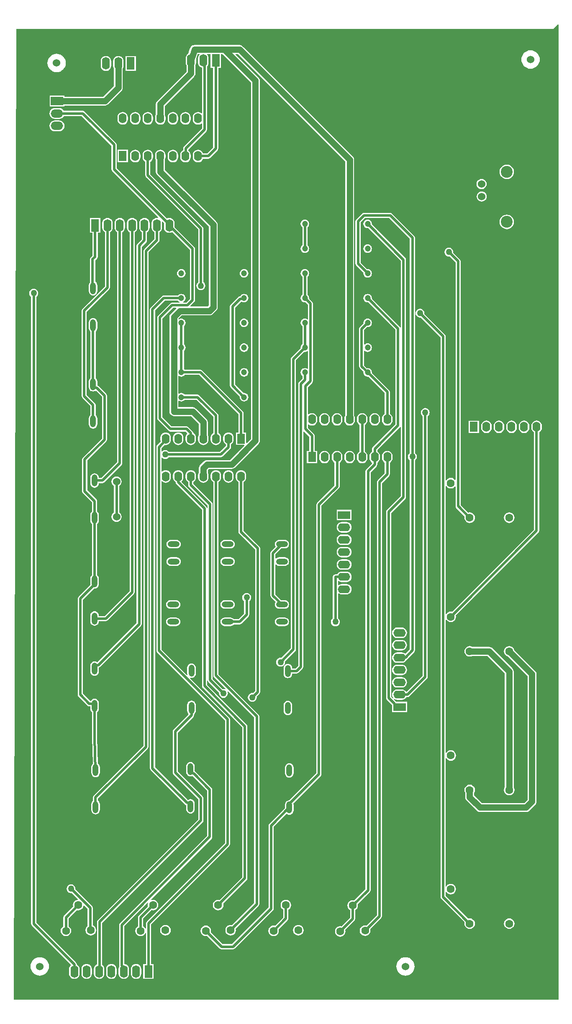
<source format=gtl>
%FSTAX23Y23*%
%MOIN*%
%SFA1B1*%

%IPPOS*%
%ADD29C,0.020000*%
%ADD30C,0.050000*%
%ADD31C,0.060000*%
%ADD32O,0.047240X0.094000*%
%ADD33C,0.062990*%
%ADD34R,0.062990X0.078740*%
%ADD35O,0.062990X0.078740*%
%ADD36R,0.098430X0.066930*%
%ADD37O,0.098430X0.066930*%
%ADD38C,0.094490*%
%ADD39O,0.062990X0.098430*%
%ADD40R,0.062990X0.098430*%
%ADD41R,0.098430X0.062990*%
%ADD42O,0.098430X0.062990*%
%ADD43O,0.094000X0.047240*%
%ADD44C,0.047240*%
%ADD45C,0.050000*%
%LNfuncgen-1*%
%LPD*%
G36*
X0984Y08473D02*
Y0072D01*
X05503*
X055Y00723*
X0552Y0844*
X098*
X09835Y08475*
X0984Y08473*
G37*
%LNfuncgen-2*%
%LPC*%
G36*
X09618Y0827D02*
X09603Y08268D01*
X0959Y08264*
X09577Y08257*
X09566Y08248*
X09557Y08237*
X0955Y08224*
X09546Y08211*
X09544Y08196*
X09546Y08182*
X0955Y08168*
X09557Y08156*
X09566Y08144*
X09577Y08135*
X0959Y08129*
X09603Y08124*
X09618Y08123*
X09632Y08124*
X09646Y08129*
X09658Y08135*
X09669Y08144*
X09679Y08156*
X09685Y08168*
X0969Y08182*
X09691Y08196*
X0969Y08211*
X09685Y08224*
X09679Y08237*
X09669Y08248*
X09658Y08257*
X09646Y08264*
X09632Y08268*
X09618Y0827*
G37*
G36*
X06474Y08224D02*
X06391D01*
Y08106*
X06474*
Y08224*
G37*
G36*
X06236Y08224D02*
X06225Y08223D01*
X06215Y08219*
X06206Y08212*
X06199Y08204*
X06195Y08193*
X06194Y08183*
Y08147*
X06195Y08136*
X06199Y08126*
X06206Y08118*
X06215Y08111*
X06225Y08107*
X06236Y08105*
X06247Y08107*
X06257Y08111*
X06265Y08118*
X06272Y08126*
X06276Y08136*
X06278Y08147*
Y08183*
X06276Y08193*
X06272Y08204*
X06265Y08212*
X06257Y08219*
X06247Y08223*
X06236Y08224*
G37*
G36*
X05842Y08242D02*
X05828Y08241D01*
X05814Y08237*
X05801Y0823*
X0579Y08221*
X05781Y0821*
X05774Y08197*
X0577Y08183*
X05769Y08169*
X0577Y08154*
X05774Y08141*
X05781Y08128*
X0579Y08117*
X05801Y08108*
X05814Y08101*
X05828Y08097*
X05842Y08095*
X05856Y08097*
X0587Y08101*
X05883Y08108*
X05894Y08117*
X05903Y08128*
X0591Y08141*
X05914Y08154*
X05915Y08169*
X05914Y08183*
X0591Y08197*
X05903Y0821*
X05894Y08221*
X05883Y0823*
X0587Y08237*
X05856Y08241*
X05842Y08242*
G37*
G36*
X06334Y08224D02*
X06323Y08223D01*
X06313Y08219*
X06305Y08212*
X06298Y08204*
X06294Y08193*
X06292Y08183*
Y08147*
X06294Y08136*
X06298Y08126*
X06299Y08125*
Y07987*
X06213Y07901*
X05905*
Y07909*
X05787*
Y07822*
X05905*
Y0783*
X06228*
X06237Y07832*
X06246Y07835*
X06253Y07841*
X06359Y07947*
X06365Y07954*
X06368Y07963*
X06369Y07972*
Y08125*
X0637Y08126*
X06375Y08136*
X06376Y08147*
Y08183*
X06375Y08193*
X0637Y08204*
X06364Y08212*
X06355Y08219*
X06345Y08223*
X06334Y08224*
G37*
G36*
X06869Y07778D02*
X06858Y07777D01*
X06848Y07772*
X06839Y07766*
X06833Y07757*
X06828Y07747*
X06827Y07736*
Y0772*
X06828Y0771*
X06833Y07699*
X06839Y07691*
X06848Y07684*
X06858Y0768*
X06869Y07679*
X0688Y0768*
X0689Y07684*
X06898Y07691*
X06905Y07699*
X06909Y0771*
X06911Y0772*
Y07736*
X06909Y07747*
X06905Y07757*
X06898Y07766*
X0689Y07772*
X0688Y07777*
X06869Y07778*
G37*
G36*
X06769D02*
X06758Y07777D01*
X06748Y07772*
X06739Y07766*
X06733Y07757*
X06728Y07747*
X06727Y07736*
Y0772*
X06728Y0771*
X06733Y07699*
X06739Y07691*
X06748Y07684*
X06758Y0768*
X06769Y07679*
X0678Y0768*
X0679Y07684*
X06798Y07691*
X06805Y07699*
X06809Y0771*
X06811Y0772*
Y07736*
X06809Y07747*
X06805Y07757*
X06798Y07766*
X0679Y07772*
X0678Y07777*
X06769Y07778*
G37*
G36*
X06569D02*
X06558Y07777D01*
X06548Y07772*
X06539Y07766*
X06533Y07757*
X06528Y07747*
X06527Y07736*
Y0772*
X06528Y0771*
X06533Y07699*
X06539Y07691*
X06548Y07684*
X06558Y0768*
X06569Y07679*
X0658Y0768*
X0659Y07684*
X06598Y07691*
X06605Y07699*
X06609Y0771*
X06611Y0772*
Y07736*
X06609Y07747*
X06605Y07757*
X06598Y07766*
X0659Y07772*
X0658Y07777*
X06569Y07778*
G37*
G36*
X06469D02*
X06458Y07777D01*
X06448Y07772*
X06439Y07766*
X06433Y07757*
X06428Y07747*
X06427Y07736*
Y0772*
X06428Y0771*
X06433Y07699*
X06439Y07691*
X06448Y07684*
X06458Y0768*
X06469Y07679*
X0648Y0768*
X0649Y07684*
X06498Y07691*
X06505Y07699*
X06509Y0771*
X06511Y0772*
Y07736*
X06509Y07747*
X06505Y07757*
X06498Y07766*
X0649Y07772*
X0648Y07777*
X06469Y07778*
G37*
G36*
X06369D02*
X06358Y07777D01*
X06348Y07772*
X06339Y07766*
X06333Y07757*
X06328Y07747*
X06327Y07736*
Y0772*
X06328Y0771*
X06333Y07699*
X06339Y07691*
X06348Y07684*
X06358Y0768*
X06369Y07679*
X0638Y0768*
X0639Y07684*
X06398Y07691*
X06405Y07699*
X06409Y0771*
X06411Y0772*
Y07736*
X06409Y07747*
X06405Y07757*
X06398Y07766*
X0639Y07772*
X0638Y07777*
X06369Y07778*
G37*
G36*
X05862Y07713D02*
X0583D01*
X05819Y07711*
X05808Y07707*
X05799Y077*
X05792Y07691*
X05788Y0768*
X05786Y07669*
X05788Y07657*
X05792Y07647*
X05799Y07638*
X05808Y07631*
X05819Y07626*
X0583Y07625*
X05862*
X05873Y07626*
X05884Y07631*
X05893Y07638*
X059Y07647*
X05904Y07657*
X05906Y07669*
X05904Y0768*
X059Y07691*
X05893Y077*
X05884Y07707*
X05873Y07711*
X05862Y07713*
G37*
G36*
X0641Y07478D02*
X06327D01*
Y07431*
X06327Y07428*
X06327Y07426*
Y07379*
X0641*
Y07426*
X06411Y07428*
X0641Y07431*
Y07478*
G37*
G36*
X06769Y07478D02*
X06758Y07477D01*
X06748Y07472*
X06739Y07466*
X06733Y07457*
X06728Y07447*
X06727Y07436*
Y0742*
X06728Y0741*
X06733Y07399*
X06739Y07391*
X06748Y07384*
X06758Y0738*
X06769Y07379*
X0678Y0738*
X0679Y07384*
X06798Y07391*
X06805Y07399*
X06809Y0741*
X06811Y0742*
Y07436*
X06809Y07447*
X06805Y07457*
X06798Y07466*
X0679Y07472*
X0678Y07477*
X06769Y07478*
G37*
G36*
X06469D02*
X06458Y07477D01*
X06448Y07472*
X06439Y07466*
X06433Y07457*
X06428Y07447*
X06427Y07436*
Y0742*
X06428Y0741*
X06433Y07399*
X06439Y07391*
X06448Y07384*
X06458Y0738*
X06469Y07379*
X0648Y0738*
X0649Y07384*
X06498Y07391*
X06505Y07399*
X06509Y0741*
X06511Y0742*
Y07436*
X06509Y07447*
X06505Y07457*
X06498Y07466*
X0649Y07472*
X0648Y07477*
X06469Y07478*
G37*
G36*
X09429Y0736D02*
X09414Y07358D01*
X094Y07353*
X09388Y07343*
X09379Y07332*
X09373Y07318*
X09371Y07303*
X09373Y07288*
X09379Y07274*
X09388Y07262*
X094Y07253*
X09414Y07247*
X09429Y07245*
X09444Y07247*
X09458Y07253*
X09469Y07262*
X09479Y07274*
X09484Y07288*
X09486Y07303*
X09484Y07318*
X09479Y07332*
X09469Y07343*
X09458Y07353*
X09444Y07358*
X09429Y0736*
G37*
G36*
X09228Y07247D02*
X09217Y07245D01*
X09208Y07241*
X09199Y07235*
X09193Y07226*
X09189Y07217*
X09188Y07206*
X09189Y07196*
X09193Y07186*
X09199Y07178*
X09208Y07171*
X09217Y07167*
X09228Y07166*
X09238Y07167*
X09248Y07171*
X09256Y07178*
X09263Y07186*
X09267Y07196*
X09268Y07206*
X09267Y07217*
X09263Y07226*
X09256Y07235*
X09248Y07241*
X09238Y07245*
X09228Y07247*
G37*
G36*
X09229Y07147D02*
X09218Y07146D01*
X09209Y07142*
X092Y07135*
X09194Y07127*
X0919Y07117*
X09188Y07107*
X0919Y07096*
X09194Y07087*
X092Y07078*
X09209Y07072*
X09218Y07068*
X09229Y07066*
X09239Y07068*
X09249Y07072*
X09257Y07078*
X09264Y07087*
X09268Y07096*
X09269Y07107*
X09268Y07117*
X09264Y07127*
X09257Y07135*
X09249Y07142*
X09239Y07146*
X09229Y07147*
G37*
G36*
X09429Y06963D02*
X09414Y06961D01*
X094Y06955*
X09388Y06946*
X09379Y06934*
X09373Y0692*
X09371Y06905*
X09373Y0689*
X09379Y06876*
X09388Y06864*
X094Y06855*
X09414Y06849*
X09429Y06847*
X09444Y06849*
X09458Y06855*
X09469Y06864*
X09479Y06876*
X09484Y0689*
X09486Y06905*
X09484Y0692*
X09479Y06934*
X09469Y06946*
X09458Y06955*
X09444Y06961*
X09429Y06963*
G37*
G36*
X0832Y06726D02*
X08312Y06725D01*
X08303Y06722*
X08296Y06716*
X08291Y06709*
X08288Y06701*
X08286Y06692*
X08288Y06684*
X08291Y06675*
X08296Y06668*
X08303Y06663*
X08312Y0666*
X0832Y06659*
X08329Y0666*
X08337Y06663*
X08344Y06668*
X0835Y06675*
X08353Y06684*
X08354Y06692*
X08353Y06701*
X0835Y06709*
X08344Y06716*
X08337Y06722*
X08329Y06725*
X0832Y06726*
G37*
G36*
X0782Y06923D02*
X07812Y06922D01*
X07803Y06919*
X07796Y06913*
X07791Y06906*
X07788Y06898*
X07786Y06889*
X07788Y0688*
X07791Y06872*
X07796Y06865*
X078Y06863*
Y06791*
X078Y0679*
Y06719*
X07796Y06716*
X07791Y06709*
X07788Y06701*
X07786Y06692*
X07788Y06684*
X07791Y06675*
X07796Y06668*
X07803Y06663*
X07812Y0666*
X0782Y06659*
X07829Y0666*
X07837Y06663*
X07844Y06668*
X0785Y06675*
X07853Y06684*
X07854Y06692*
X07853Y06701*
X0785Y06709*
X07844Y06716*
X07841Y06719*
Y06791*
Y06791*
Y06863*
X07844Y06865*
X0785Y06872*
X07853Y0688*
X07854Y06889*
X07853Y06898*
X0785Y06906*
X07844Y06913*
X07837Y06919*
X07829Y06922*
X0782Y06923*
G37*
G36*
X07336Y06529D02*
X07327Y06528D01*
X07319Y06525*
X07312Y0652*
X07307Y06513*
X07303Y06504*
X07302Y06496*
X07303Y06487*
X07307Y06479*
X07312Y06472*
X07319Y06466*
X07327Y06463*
X07336Y06462*
X07345Y06463*
X07353Y06466*
X0736Y06472*
X07365Y06479*
X07369Y06487*
X0737Y06496*
X07369Y06504*
X07365Y06513*
X0736Y0652*
X07353Y06525*
X07345Y06528*
X07336Y06529*
G37*
G36*
X06836D02*
X06827Y06528D01*
X06819Y06525*
X06812Y0652*
X06807Y06513*
X06803Y06504*
X06802Y06496*
X06803Y06487*
X06807Y06479*
X06812Y06472*
X06819Y06466*
X06827Y06463*
X06836Y06462*
X06845Y06463*
X06853Y06466*
X0686Y06472*
X06865Y06479*
X06869Y06487*
X0687Y06496*
X06869Y06504*
X06865Y06513*
X0686Y0652*
X06853Y06525*
X06845Y06528*
X06836Y06529*
G37*
G36*
X06569Y07478D02*
X06558Y07477D01*
X06548Y07472*
X06539Y07466*
X06533Y07457*
X06528Y07447*
X06527Y07436*
Y0742*
X06528Y0741*
X06533Y07399*
X06539Y07391*
X06548Y07384*
X06548Y07384*
Y07276*
X0655Y07268*
X06554Y07261*
X06971Y06845*
Y06426*
X06967Y06422*
X06961Y06415*
X06958Y06406*
X06956Y06397*
X06958Y06388*
X06961Y06379*
X06967Y06372*
X06974Y06367*
X06982Y06363*
X06992Y06362*
X07001Y06363*
X07009Y06367*
X07017Y06372*
X07022Y06379*
X07026Y06388*
X07027Y06397*
X07026Y06406*
X07022Y06415*
X07017Y06422*
X07012Y06426*
Y06853*
X0701Y06861*
X07006Y06867*
X06589Y07284*
Y07384*
X0659Y07384*
X06598Y07391*
X06605Y07399*
X06609Y0741*
X06611Y0742*
Y07436*
X06609Y07447*
X06605Y07457*
X06598Y07466*
X0659Y07472*
X0658Y07477*
X06569Y07478*
G37*
G36*
X06191Y06937D02*
X06108D01*
Y06818*
X06129*
Y06636*
X06115Y06622*
X06111Y06616*
X06109Y06608*
Y06424*
X06104Y06418*
X06101Y0641*
X06099Y06401*
Y06354*
X06101Y06345*
X06104Y06337*
X06109Y0633*
X06116Y06325*
X06125Y06321*
X06133Y0632*
X06142Y06321*
X0615Y06325*
X06157Y0633*
X06163Y06337*
X06166Y06345*
X06167Y06354*
Y06401*
X06166Y0641*
X06163Y06418*
X06157Y06425*
X0615Y0643*
X0615Y0643*
Y06599*
X06164Y06613*
X06168Y0662*
X0617Y06627*
Y06818*
X06191*
Y06937*
G37*
G36*
X07336Y06333D02*
X07327Y06331D01*
X07319Y06328*
X07312Y06323*
X07307Y06316*
X07306Y06314*
X07305*
X07298Y06312*
X07291Y06308*
X07229Y06246*
X07225Y0624*
X07223Y06232*
Y05604*
X07225Y05596*
X07229Y05589*
X07303Y05516*
X07302Y05511*
X07303Y05503*
X07307Y05494*
X07312Y05487*
X07319Y05482*
X07327Y05479*
X07336Y05477*
X07345Y05479*
X07353Y05482*
X0736Y05487*
X07365Y05494*
X07369Y05503*
X0737Y05511*
X07369Y0552*
X07365Y05528*
X0736Y05535*
X07353Y05541*
X07345Y05544*
X07336Y05545*
X07332Y05545*
X07264Y05612*
Y06223*
X07314Y06273*
X07314*
X07319Y06269*
X07327Y06266*
X07336Y06265*
X07345Y06266*
X07353Y06269*
X0736Y06275*
X07365Y06282*
X07369Y0629*
X0737Y06299*
X07369Y06307*
X07365Y06316*
X0736Y06323*
X07353Y06328*
X07345Y06331*
X07336Y06333*
G37*
G36*
X0782Y06529D02*
X07812Y06528D01*
X07803Y06525*
X07796Y0652*
X07791Y06513*
X07788Y06504*
X07786Y06496*
X07788Y06487*
X07791Y06479*
X07796Y06472*
X078Y06469*
Y06325*
X07796Y06323*
X07791Y06316*
X07788Y06307*
X07786Y06299*
X07788Y0629*
X07791Y06282*
X07796Y06275*
X07803Y06269*
X07812Y06266*
X0782Y06265*
X07825Y06265*
X07844Y06246*
Y06132*
X0784Y06129*
X07837Y06131*
X07829Y06135*
X0782Y06136*
X07812Y06135*
X07803Y06131*
X07796Y06126*
X07791Y06119*
X07788Y06111*
X07786Y06102*
X07788Y06093*
X07791Y06085*
X07796Y06078*
X078Y06075*
Y05932*
X07796Y05929*
X07791Y05922*
X07788Y05914*
X07786Y05905*
X07787Y05901*
X07713Y05827*
X07709Y0582*
X07707Y05812*
Y03513*
X07632Y03438*
X07627Y03439*
X07617Y03438*
X07609Y03434*
X07602Y03428*
X07596Y03421*
X07592Y03413*
X07591Y03404*
X07592Y03394*
X07596Y03386*
X07602Y03379*
X07609Y03373*
X07617Y03369*
X07627Y03368*
X07636Y03369*
X07644Y03373*
X07651Y03379*
X07657Y03386*
X07661Y03394*
X07662Y03404*
X07661Y03409*
X07742Y0349*
X07747Y03497*
X07748Y03505*
Y05804*
X07816Y05872*
X0782Y05871*
X07829Y05872*
X07837Y05876*
X0784Y05877*
X07844Y05875*
Y05738*
X0784Y05736*
X07837Y05738*
X07829Y05741*
X0782Y05742*
X07812Y05741*
X07803Y05738*
X07796Y05732*
X07791Y05725*
X07788Y05717*
X07786Y05708*
X07788Y05699*
X07791Y05691*
X07796Y05684*
X078Y05681*
Y05657*
X07772Y05629*
X07768Y05623*
X07767Y05615*
Y03374*
X07746Y03354*
X07718*
Y03358*
X07717Y03366*
X07714Y03374*
X07709Y03382*
X07702Y03387*
X07693Y0339*
X07685Y03391*
X07676Y0339*
X07668Y03387*
X07661Y03382*
X07655Y03374*
X07652Y03366*
X07651Y03358*
Y03311*
X07652Y03302*
X07655Y03294*
X07661Y03287*
X07668Y03281*
X07676Y03278*
X07685Y03277*
X07693Y03278*
X07702Y03281*
X07709Y03287*
X07714Y03294*
X07717Y03302*
X07718Y03311*
Y03313*
X07755*
X07763Y03315*
X07769Y03319*
X07801Y03351*
X07806Y03358*
X07807Y03366*
Y05239*
X07812Y05241*
X07856Y05197*
Y05084*
X07835*
Y05037*
X07835Y05035*
X07835Y05032*
Y04985*
X07918*
Y05032*
X07919Y05035*
X07918Y05037*
Y05084*
X07897*
Y05205*
X07896Y05213*
X07891Y0522*
X07845Y05266*
Y05292*
X0785Y05295*
X07856Y0529*
X07866Y05286*
X07877Y05285*
X07888Y05286*
X07898Y0529*
X07906Y05297*
X07913Y05306*
X07917Y05316*
X07919Y05327*
Y05342*
X07917Y05353*
X07913Y05363*
X07906Y05372*
X07898Y05379*
X07888Y05383*
X07877Y05384*
X07866Y05383*
X07856Y05379*
X0785Y05374*
X07845Y05377*
Y05589*
X07879Y05623*
X07883Y0563*
X07885Y05638*
Y06255*
X07883Y06262*
X07879Y06269*
X07854Y06294*
X07854Y06299*
X07853Y06307*
X0785Y06316*
X07844Y06323*
X07841Y06325*
Y06469*
X07844Y06472*
X0785Y06479*
X07853Y06487*
X07854Y06496*
X07853Y06504*
X0785Y06513*
X07844Y0652*
X07837Y06525*
X07829Y06528*
X0782Y06529*
G37*
G36*
X0832Y06136D02*
X08312Y06135D01*
X08303Y06131*
X08296Y06126*
X08291Y06119*
X08288Y06111*
X08286Y06102*
X08287Y06097*
X08258Y06068*
X08254Y06062*
X08252Y06054*
Y05756*
X08254Y05748*
X08258Y05742*
X08287Y05713*
X08286Y05708*
X08288Y05699*
X08291Y05691*
X08296Y05684*
X08303Y05679*
X08312Y05675*
X0832Y05674*
X08325Y05675*
X08456Y05543*
Y05379*
X08456Y05379*
X08447Y05372*
X0844Y05363*
X08436Y05353*
X08435Y05342*
Y05327*
X08436Y05316*
X0844Y05306*
X08447Y05297*
X08456Y0529*
X08466Y05286*
X08477Y05285*
X08488Y05286*
X08498Y0529*
X08506Y05297*
X08513Y05306*
X08517Y05316*
X08519Y05327*
Y05342*
X08517Y05353*
X08513Y05363*
X08506Y05372*
X08498Y05379*
X08497Y05379*
Y05552*
X08496Y0556*
X08491Y05566*
X08354Y05704*
X08354Y05708*
X08353Y05717*
X0835Y05725*
X08344Y05732*
X08337Y05738*
X08329Y05741*
X0832Y05742*
X08316Y05741*
X08293Y05764*
Y05878*
X08298Y0588*
X08303Y05876*
X08312Y05872*
X0832Y05871*
X08329Y05872*
X08337Y05876*
X08344Y05881*
X0835Y05888*
X08353Y05896*
X08354Y05905*
X08353Y05914*
X0835Y05922*
X08344Y05929*
X08337Y05934*
X08329Y05938*
X0832Y05939*
X08312Y05938*
X08303Y05934*
X08298Y0593*
X08293Y05932*
Y06046*
X08316Y06069*
X0832Y06068*
X08329Y06069*
X08337Y06073*
X08344Y06078*
X0835Y06085*
X08353Y06093*
X08354Y06102*
X08353Y06111*
X0835Y06119*
X08344Y06126*
X08337Y06131*
X08329Y06135*
X0832Y06136*
G37*
G36*
X07336D02*
X07327Y06135D01*
X07319Y06131*
X07312Y06126*
X07307Y06119*
X07303Y06111*
X07302Y06102*
X07303Y06093*
X07307Y06085*
X07312Y06078*
X07319Y06073*
X07327Y06069*
X07336Y06068*
X07345Y06069*
X07353Y06073*
X0736Y06078*
X07365Y06085*
X07369Y06093*
X0737Y06102*
X07369Y06111*
X07365Y06119*
X0736Y06126*
X07353Y06131*
X07345Y06135*
X07336Y06136*
G37*
G36*
X0832Y06923D02*
X08312Y06922D01*
X08303Y06919*
X08296Y06913*
X08291Y06906*
X08288Y06898*
X08286Y06889*
X08288Y0688*
X08291Y06872*
X08296Y06865*
X08303Y0686*
X08312Y06857*
X0832Y06855*
X08325Y06856*
X08585Y06595*
Y06067*
X0858Y06066*
X08577Y06071*
X08354Y06294*
X08354Y06299*
X08353Y06307*
X0835Y06316*
X08344Y06323*
X08337Y06328*
X08329Y06331*
X0832Y06333*
X08312Y06331*
X08303Y06328*
X08296Y06323*
X08291Y06316*
X08288Y06307*
X08286Y06299*
X08288Y0629*
X08291Y06282*
X08296Y06275*
X08303Y06269*
X08312Y06266*
X0832Y06265*
X08325Y06265*
X08542Y06048*
Y05295*
X08362Y05115*
X08358Y05108*
X08356Y05101*
Y05079*
X08356Y05079*
X08347Y05072*
X0834Y05063*
X08336Y05053*
X08335Y05042*
Y05027*
X08336Y05016*
X0834Y05006*
X08347Y04997*
X08356Y0499*
X08356Y0499*
Y04984*
X08309Y04937*
X08305Y0493*
X08303Y04922*
Y016*
X08212Y01508*
X08211Y01508*
X082Y0151*
X08189Y01508*
X08179Y01504*
X08171Y01498*
X08164Y01489*
X0816Y01479*
X08158Y01468*
X0816Y01457*
X08164Y01447*
X08171Y01438*
X08179Y01432*
X0818Y01432*
Y0137*
X08113Y01303*
X08113Y01304*
X08102Y01305*
X08091Y01304*
X08081Y013*
X08072Y01293*
X08066Y01284*
X08061Y01274*
X0806Y01263*
X08061Y01252*
X08066Y01242*
X08072Y01234*
X08081Y01227*
X08091Y01223*
X08102Y01221*
X08113Y01223*
X08123Y01227*
X08131Y01234*
X08138Y01242*
X08142Y01252*
X08144Y01263*
X08142Y01274*
X08142Y01275*
X08215Y01347*
X08219Y01354*
X08221Y01362*
Y01432*
X08221Y01432*
X0823Y01438*
X08237Y01447*
X08241Y01457*
X08242Y01468*
X08241Y01479*
X0824Y01479*
X08338Y01577*
X08342Y01583*
X08344Y01591*
Y04914*
X08391Y04961*
X08396Y04968*
X08397Y04976*
Y0499*
X08398Y0499*
X08406Y04997*
X08413Y05006*
X08417Y05016*
X08419Y05027*
Y05042*
X08417Y05053*
X08413Y05063*
X08406Y05072*
X08398Y05079*
X08397Y05079*
Y05092*
X08577Y05272*
X0858Y05277*
X08585Y05276*
Y04724*
X08473Y04612*
X08469Y04606*
X08467Y04598*
Y03119*
X08469Y03112*
X08473Y03105*
X08515Y03063*
Y03005*
X08634*
Y03088*
X08548*
X08526Y0311*
X08529Y03114*
X08536Y03109*
X08546Y03105*
X08557Y03103*
X08592*
X08603Y03105*
X08613Y03109*
X08622Y03116*
X08628Y03124*
X08628Y03125*
X08638*
X08645Y03126*
X08652Y03131*
X08793Y03272*
X08798Y03279*
X08799Y03287*
Y05361*
X08804Y05364*
X0881Y05372*
X08813Y0538*
X08814Y05389*
X08813Y05398*
X0881Y05407*
X08804Y05414*
X08797Y0542*
X08788Y05423*
X08779Y05425*
X0877Y05423*
X08761Y0542*
X08754Y05414*
X08748Y05407*
X08745Y05398*
X08744Y05389*
X08745Y0538*
X08748Y05372*
X08754Y05364*
X08759Y05361*
Y03295*
X08632Y03169*
X08626Y03169*
X08622Y03175*
X08613Y03181*
X08603Y03186*
X08592Y03187*
X08557*
X08546Y03186*
X08536Y03181*
X08527Y03175*
X0852Y03166*
X08516Y03156*
X08515Y03145*
X08516Y03134*
X0852Y03124*
X08525Y03118*
X08522Y03115*
X08508Y03128*
Y04589*
X0862Y04702*
X08625Y04708*
X08626Y04716*
Y06604*
X08625Y06612*
X0862Y06618*
X08354Y06885*
X08354Y06889*
X08353Y06898*
X0835Y06906*
X08344Y06913*
X08337Y06919*
X08329Y06922*
X0832Y06923*
G37*
G36*
X07336Y05939D02*
X07327Y05938D01*
X07319Y05934*
X07312Y05929*
X07307Y05922*
X07303Y05914*
X07302Y05905*
X07303Y05896*
X07307Y05888*
X07312Y05881*
X07319Y05876*
X07327Y05872*
X07336Y05871*
X07345Y05872*
X07353Y05876*
X0736Y05881*
X07365Y05888*
X07369Y05896*
X0737Y05905*
X07369Y05914*
X07365Y05922*
X0736Y05929*
X07353Y05934*
X07345Y05938*
X07336Y05939*
G37*
G36*
Y05742D02*
X07327Y05741D01*
X07319Y05738*
X07312Y05732*
X07307Y05725*
X07303Y05717*
X07302Y05708*
X07303Y05699*
X07307Y05691*
X07312Y05684*
X07319Y05679*
X07327Y05675*
X07336Y05674*
X07345Y05675*
X07353Y05679*
X0736Y05684*
X07365Y05691*
X07369Y05699*
X0737Y05708*
X07369Y05717*
X07365Y05725*
X0736Y05732*
X07353Y05738*
X07345Y05741*
X07336Y05742*
G37*
G36*
X08377Y05384D02*
X08366Y05383D01*
X08356Y05379*
X08347Y05372*
X0834Y05363*
X08336Y05353*
X08335Y05342*
Y05327*
X08336Y05316*
X0834Y05306*
X08347Y05297*
X08356Y0529*
X08366Y05286*
X08377Y05285*
X08388Y05286*
X08398Y0529*
X08406Y05297*
X08413Y05306*
X08417Y05316*
X08419Y05327*
Y05342*
X08417Y05353*
X08413Y05363*
X08406Y05372*
X08398Y05379*
X08388Y05383*
X08377Y05384*
G37*
G36*
X07302Y08312D02*
X0694D01*
X06936Y08311*
X06932Y08311*
X06931Y08311*
X06931Y08311*
X06927Y08309*
X06923Y08308*
X06923Y08307*
X06922Y08307*
X06919Y08305*
X06916Y08302*
X06915Y08302*
X06915Y08301*
X06913Y08298*
X0691Y08295*
X0691Y08295*
X06909Y08294*
X06908Y0829*
X06906Y08287*
X06896Y08255*
X06893Y08243*
X06892Y08242*
X06883Y08236*
X06877Y08227*
X06872Y08217*
X06871Y08206*
Y08171*
X06872Y0816*
X06877Y0815*
X06878Y08149*
Y08101*
X06644Y07867*
X06638Y0786*
X06635Y07851*
X06633Y07842*
Y07758*
X06633Y07757*
X06628Y07747*
X06627Y07736*
Y0772*
X06628Y0771*
X06633Y07699*
X06639Y07691*
X06648Y07684*
X06658Y0768*
X06669Y07679*
X0668Y0768*
X0669Y07684*
X06698Y07691*
X06705Y07699*
X06709Y0771*
X06711Y0772*
Y07736*
X06709Y07747*
X06705Y07757*
X06704Y07758*
Y07827*
X06938Y08061*
X06943Y08068*
X06947Y08077*
X06948Y08086*
Y08149*
X06949Y0815*
X06953Y0816*
X06955Y08171*
Y08205*
X06964Y08234*
X06966Y08241*
X06981*
X06983Y08236*
X06982Y08236*
X06975Y08227*
X06971Y08217*
X06969Y08206*
Y08171*
X06971Y0816*
X06975Y0815*
X06982Y08141*
X0699Y08135*
X07Y0813*
Y07771*
X06995Y07768*
X0699Y07772*
X0698Y07777*
X06969Y07778*
X06958Y07777*
X06948Y07772*
X06939Y07766*
X06933Y07757*
X06928Y07747*
X06927Y07736*
Y0772*
X06928Y0771*
X06933Y07699*
X06939Y07691*
X06948Y07684*
X06958Y0768*
X06969Y07679*
X0698Y0768*
X0699Y07684*
X06995Y07688*
X07Y07686*
Y07647*
X06856Y07503*
X06852Y07497*
X0685Y07489*
Y07473*
X06848Y07472*
X06839Y07466*
X06833Y07457*
X06828Y07447*
X06827Y07436*
Y0742*
X06828Y0741*
X06833Y07399*
X06839Y07391*
X06848Y07384*
X06858Y0738*
X06869Y07379*
X0688Y0738*
X0689Y07384*
X06898Y07391*
X06905Y07399*
X06909Y0741*
X06911Y0742*
Y07436*
X06909Y07447*
X06905Y07457*
X06898Y07466*
X06891Y07471*
Y0748*
X07035Y07624*
X07039Y07631*
X07041Y07639*
Y08138*
X0704Y08141*
X07041Y08141*
X07048Y0815*
X07052Y0816*
X07053Y08171*
Y08206*
X07052Y08217*
X07048Y08227*
X07041Y08236*
X0704Y08236*
X07042Y08241*
X07068*
Y08129*
X07089*
Y07496*
X07041Y07448*
X07009*
X07005Y07457*
X06998Y07466*
X0699Y07472*
X0698Y07477*
X06969Y07478*
X06958Y07477*
X06948Y07472*
X06939Y07466*
X06933Y07457*
X06928Y07447*
X06927Y07436*
Y0742*
X06928Y0741*
X06933Y07399*
X06939Y07391*
X06948Y07384*
X06958Y0738*
X06969Y07379*
X0698Y0738*
X0699Y07384*
X06998Y07391*
X07005Y07399*
X07008Y07407*
X0705*
X07057Y07409*
X07064Y07413*
X07124Y07473*
X07129Y0748*
X0713Y07488*
Y08129*
X07151*
Y08241*
X07162*
X0739Y08013*
Y05179*
X07357Y05146*
X07353Y05148*
Y05178*
X07353Y05181*
X07353Y05184*
Y0523*
X07332*
Y05385*
X0733Y05392*
X07326Y05399*
X07002Y05723*
X06995Y05727*
X06988Y05729*
X06863*
X0686Y05732*
X06857Y05735*
Y05878*
X0686Y05881*
X06865Y05888*
X06869Y05896*
X0687Y05905*
X06869Y05914*
X06865Y05922*
X0686Y05929*
X06857Y05932*
Y06075*
X0686Y06078*
X06865Y06085*
X06869Y06093*
X0687Y06102*
X06869Y06111*
X06865Y06119*
X0686Y06126*
X06853Y06131*
X06845Y06135*
X06836Y06136*
X06827Y06135*
X06819Y06131*
X06819Y06131*
X06814Y06133*
X06813Y06136*
X06839Y06162*
X07061*
X0707Y06163*
X07078Y06167*
X07086Y06172*
X07115Y06201*
X07121Y06209*
X07124Y06217*
X07125Y06226*
Y06882*
X07124Y06891*
X07121Y069*
X07115Y06907*
X06704Y07318*
Y07398*
X06705Y07399*
X06709Y0741*
X06711Y0742*
Y07436*
X06709Y07447*
X06705Y07457*
X06698Y07466*
X0669Y07472*
X0668Y07477*
X06669Y07478*
X06658Y07477*
X06648Y07472*
X06639Y07466*
X06633Y07457*
X06628Y07447*
X06627Y07436*
Y0742*
X06628Y0741*
X06633Y07399*
X06633Y07398*
Y07304*
X06635Y07294*
X06638Y07286*
X06644Y07279*
X07055Y06868*
Y06241*
X07046Y06232*
X0691*
X06908Y06237*
X06939Y06269*
X06944Y06275*
X06945Y06283*
Y06692*
X06944Y067*
X06939Y06707*
X06782Y06864*
Y06895*
X0678Y06906*
X06776Y06916*
X06769Y06925*
X06761Y06931*
X0675Y06936*
X0674Y06937*
X06729Y06936*
X0672Y06932*
X0632Y07332*
Y07518*
X06318Y07526*
X06314Y07533*
X06065Y07782*
X06058Y07786*
X06051Y07788*
X059*
X059Y07789*
X05893Y07798*
X05884Y07805*
X05873Y0781*
X05862Y07811*
X0583*
X05819Y0781*
X05808Y07805*
X05799Y07798*
X05792Y07789*
X05788Y07779*
X05786Y07767*
X05788Y07756*
X05792Y07745*
X05799Y07736*
X05808Y07729*
X05819Y07725*
X0583Y07723*
X05862*
X05873Y07725*
X05884Y07729*
X05893Y07736*
X059Y07745*
X059Y07747*
X06042*
X06279Y0751*
Y07324*
X06281Y07316*
X06285Y07309*
X06653Y06941*
X06652Y06936*
X06652Y06936*
X06641Y06937*
X0663Y06936*
X0662Y06931*
X06612Y06925*
X06605Y06916*
X06601Y06906*
X06599Y06895*
Y0686*
X06601Y06849*
X06605Y06839*
X06612Y0683*
X0662Y06823*
X06621Y06823*
Y06768*
X0654Y06687*
X06536Y0668*
X06534Y06673*
Y0274*
X06139Y02344*
X06134Y02337*
X06133Y0233*
Y02302*
X06129Y02299*
X06124Y02292*
X0612Y02284*
X06119Y02275*
Y02228*
X0612Y02219*
X06124Y02211*
X06129Y02204*
X06136Y02199*
X06144Y02195*
X06153Y02194*
X06162Y02195*
X0617Y02199*
X06177Y02204*
X06182Y02211*
X06186Y02219*
X06187Y02228*
Y02275*
X06186Y02284*
X06182Y02292*
X06177Y02299*
X06173Y02302*
Y02321*
X06569Y02717*
X06573Y02723*
X06575Y02731*
Y06664*
X06656Y06745*
X0666Y06751*
X06662Y06759*
Y06823*
X06662Y06823*
X06671Y0683*
X06677Y06839*
X06682Y06849*
X06683Y0686*
Y06895*
X06682Y06906*
X06682Y06906*
X06687Y06907*
X06698Y06896*
X06698Y06895*
Y0686*
X06699Y06849*
X06703Y06839*
X0671Y0683*
X06719Y06823*
X06729Y06819*
X0674Y06818*
X0675Y06819*
X06761Y06823*
X06763Y06825*
X06904Y06684*
Y06291*
X06876Y06263*
X06851*
X0685Y06268*
X06853Y06269*
X0686Y06275*
X06865Y06282*
X06869Y0629*
X0687Y06299*
X06869Y06307*
X06865Y06316*
X0686Y06323*
X06853Y06328*
X06845Y06331*
X06836Y06333*
X06827Y06331*
X06819Y06328*
X06812Y06323*
X06809Y06319*
X06696*
X06688Y06318*
X06682Y06313*
X06592Y06223*
X06587Y06216*
X06586Y06209*
Y0256*
X06587Y02552*
X06592Y02546*
X06866Y02272*
X06873Y02267*
X06875Y02267*
Y02234*
X06876Y02225*
X0688Y02217*
X06885Y0221*
X06892Y02205*
X069Y02201*
X06909Y022*
X06918Y02201*
X06926Y02205*
X06933Y0221*
X06938Y02217*
X06942Y02225*
X06943Y02234*
Y02281*
X06942Y0229*
X06938Y02298*
X06933Y02305*
X06926Y0231*
X06918Y02314*
X06909Y02315*
X069Y02314*
X06892Y0231*
X06888Y02307*
X06627Y02569*
Y062*
X06705Y06278*
X06809*
X06812Y06275*
X06819Y06269*
X06823Y06268*
X06822Y06263*
X06762*
X06754Y06261*
X06748Y06257*
X0665Y0616*
X06646Y06153*
X06644Y06145*
Y05342*
X06646Y05334*
X0665Y05328*
X06735Y05243*
X06742Y05239*
X06749Y05237*
X0687*
X06883Y05224*
X06883Y05219*
X06882Y05218*
X06875Y0521*
X06871Y052*
X06869Y05189*
Y05173*
X06871Y05162*
X06875Y05152*
X06882Y05144*
X0689Y05137*
X069Y05133*
X06911Y05131*
X06922Y05133*
X06932Y05137*
X06941Y05144*
X06948Y05152*
X06952Y05162*
X06953Y05173*
Y05189*
X06952Y052*
X06948Y0521*
X06941Y05218*
X06932Y05225*
X06932Y05225*
X0693Y05232*
X06926Y05239*
X06893Y05272*
X06886Y05276*
X06878Y05278*
X06758*
X06685Y0535*
Y06137*
X06771Y06222*
X06792*
X06794Y06217*
X06752Y06174*
X06746Y06167*
X06742Y06159*
X06741Y0615*
Y05398*
X06742Y05388*
X06746Y0538*
X06752Y05373*
X06753Y05372*
X0676Y05366*
X06768Y05362*
X06778Y05361*
X06913*
X06976Y05298*
Y05211*
X06975Y0521*
X06971Y052*
X06969Y05189*
Y05173*
X06971Y05162*
X06975Y05152*
X06982Y05144*
X0699Y05137*
X07Y05133*
X07011Y05131*
X07022Y05133*
X07032Y05137*
X07041Y05144*
X07048Y05152*
X07052Y05162*
X07053Y05173*
Y05189*
X07052Y052*
X07048Y0521*
X07047Y05211*
Y05313*
X07045Y05322*
X07042Y05331*
X07036Y05338*
X06953Y05421*
X06945Y05427*
X06937Y05431*
X06928Y05432*
X06812*
Y05481*
X06817Y05484*
X06819Y05482*
X06827Y05479*
X06836Y05477*
X06845Y05479*
X06853Y05482*
X0686Y05487*
X06863Y05491*
X06956*
X07091Y05356*
Y05225*
X0709Y05225*
X07082Y05218*
X07075Y0521*
X07071Y052*
X07069Y05189*
Y05173*
X07071Y05162*
X07075Y05152*
X07082Y05144*
X0709Y05137*
X071Y05133*
X07111Y05131*
X07122Y05133*
X07132Y05137*
X07141Y05144*
X07148Y05152*
X07152Y05162*
X07153Y05173*
Y05189*
X07152Y052*
X07148Y0521*
X07141Y05218*
X07132Y05225*
X07132Y05225*
Y05365*
X0713Y05372*
X07126Y05379*
X06979Y05526*
X06972Y0553*
X06965Y05532*
X06863*
X0686Y05535*
X06853Y05541*
X06845Y05544*
X06836Y05545*
X06827Y05544*
X06819Y05541*
X06817Y05539*
X06812Y05541*
Y05678*
X06817Y05681*
X06819Y05679*
X06827Y05675*
X06836Y05674*
X06845Y05675*
X06853Y05679*
X0686Y05684*
X06863Y05688*
X06979*
X07291Y05376*
Y0523*
X0727*
Y05184*
X07269Y05181*
X0727Y05178*
Y05132*
X07336*
X07338Y05127*
X07222Y05011*
X07041*
X07031Y0501*
X07023Y05006*
X07016Y05001*
X06986Y04972*
X06981Y04964*
X06977Y04956*
X06976Y04947*
Y04911*
X06975Y0491*
X06971Y049*
X06969Y04889*
Y04873*
X06971Y04862*
X06975Y04852*
X06982Y04844*
X0699Y04837*
X07Y04833*
X07011Y04831*
X07022Y04833*
X07032Y04837*
X07041Y04844*
X07048Y04852*
X07052Y04862*
X07053Y04873*
Y04889*
X07052Y049*
X07048Y0491*
X07047Y04911*
Y04932*
X07055Y04941*
X07237*
X07246Y04942*
X07255Y04945*
X07262Y04951*
X0745Y0514*
X07456Y05147*
X0746Y05155*
X07461Y05165*
Y08028*
X0746Y08037*
X07456Y08045*
X0745Y08052*
X07266Y08237*
X07268Y08241*
X07287*
X08141Y07387*
Y05365*
X0814Y05363*
X08136Y05353*
X08135Y05342*
Y05327*
X08136Y05316*
X0814Y05306*
X08147Y05297*
X08156Y0529*
X08166Y05286*
X08177Y05285*
X08188Y05286*
X08198Y0529*
X08206Y05297*
X08213Y05306*
X08217Y05316*
X08219Y05327*
Y05342*
X08217Y05353*
X08213Y05363*
X08212Y05365*
Y07401*
X08211Y0741*
X08207Y07419*
X08202Y07426*
X07326Y08301*
X07319Y08307*
X07311Y08311*
X07302Y08312*
G37*
G36*
X08077Y05384D02*
X08066Y05383D01*
X08056Y05379*
X08047Y05372*
X0804Y05363*
X08036Y05353*
X08035Y05342*
Y05327*
X08036Y05316*
X0804Y05306*
X08047Y05297*
X08056Y0529*
X08066Y05286*
X08077Y05285*
X08088Y05286*
X08098Y0529*
X08106Y05297*
X08113Y05306*
X08117Y05316*
X08119Y05327*
Y05342*
X08117Y05353*
X08113Y05363*
X08106Y05372*
X08098Y05379*
X08088Y05383*
X08077Y05384*
G37*
G36*
X07977D02*
X07966Y05383D01*
X07956Y05379*
X07947Y05372*
X0794Y05363*
X07936Y05353*
X07935Y05342*
Y05327*
X07936Y05316*
X0794Y05306*
X07947Y05297*
X07956Y0529*
X07966Y05286*
X07977Y05285*
X07988Y05286*
X07998Y0529*
X08006Y05297*
X08013Y05306*
X08017Y05316*
X08019Y05327*
Y05342*
X08017Y05353*
X08013Y05363*
X08006Y05372*
X07998Y05379*
X07988Y05383*
X07977Y05384*
G37*
G36*
X06248Y06937D02*
X06237Y06936D01*
X06227Y06931*
X06218Y06925*
X06211Y06916*
X06207Y06906*
X06206Y06895*
Y0686*
X06207Y06849*
X06211Y06839*
X06218Y0683*
X06227Y06823*
X06227Y06823*
Y06392*
X06048Y06213*
X06044Y06206*
X06042Y06198*
Y0552*
X06044Y05513*
X06048Y05506*
X06113Y05441*
Y05369*
X06109Y05366*
X06104Y05359*
X06101Y05351*
X06099Y05342*
Y05295*
X06101Y05286*
X06104Y05278*
X06109Y05271*
X06116Y05266*
X06125Y05262*
X06133Y05261*
X06142Y05262*
X0615Y05266*
X06157Y05271*
X06163Y05278*
X06166Y05286*
X06167Y05295*
Y05342*
X06166Y05351*
X06163Y05359*
X06157Y05366*
X06154Y05369*
Y0545*
X06152Y05457*
X06148Y05464*
X06083Y05529*
Y0619*
X06262Y06369*
X06266Y06376*
X06268Y06384*
Y06823*
X06268Y06823*
X06277Y0683*
X06284Y06839*
X06288Y06849*
X06289Y0686*
Y06895*
X06288Y06906*
X06284Y06916*
X06277Y06925*
X06268Y06931*
X06258Y06936*
X06248Y06937*
G37*
G36*
X09208Y05324D02*
X09125D01*
Y05226*
X09208*
Y05324*
G37*
G36*
X09566Y05325D02*
X09556Y05323D01*
X09546Y05319*
X09537Y05313*
X0953Y05304*
X09526Y05294*
X09525Y05283*
Y05267*
X09526Y05256*
X0953Y05246*
X09537Y05238*
X09546Y05231*
X09556Y05227*
X09566Y05225*
X09577Y05227*
X09587Y05231*
X09596Y05238*
X09603Y05246*
X09607Y05256*
X09608Y05267*
Y05283*
X09607Y05294*
X09603Y05304*
X09596Y05313*
X09587Y05319*
X09577Y05323*
X09566Y05325*
G37*
G36*
X09466D02*
X09456Y05323D01*
X09446Y05319*
X09437Y05313*
X0943Y05304*
X09426Y05294*
X09425Y05283*
Y05267*
X09426Y05256*
X0943Y05246*
X09437Y05238*
X09446Y05231*
X09456Y05227*
X09466Y05225*
X09477Y05227*
X09487Y05231*
X09496Y05238*
X09503Y05246*
X09507Y05256*
X09508Y05267*
Y05283*
X09507Y05294*
X09503Y05304*
X09496Y05313*
X09487Y05319*
X09477Y05323*
X09466Y05325*
G37*
G36*
X09366D02*
X09356Y05323D01*
X09346Y05319*
X09337Y05313*
X0933Y05304*
X09326Y05294*
X09325Y05283*
Y05267*
X09326Y05256*
X0933Y05246*
X09337Y05238*
X09346Y05231*
X09356Y05227*
X09366Y05225*
X09377Y05227*
X09387Y05231*
X09396Y05238*
X09403Y05246*
X09407Y05256*
X09408Y05267*
Y05283*
X09407Y05294*
X09403Y05304*
X09396Y05313*
X09387Y05319*
X09377Y05323*
X09366Y05325*
G37*
G36*
X09266D02*
X09256Y05323D01*
X09246Y05319*
X09237Y05313*
X0923Y05304*
X09226Y05294*
X09225Y05283*
Y05267*
X09226Y05256*
X0923Y05246*
X09237Y05238*
X09246Y05231*
X09256Y05227*
X09266Y05225*
X09277Y05227*
X09287Y05231*
X09296Y05238*
X09303Y05246*
X09307Y05256*
X09308Y05267*
Y05283*
X09307Y05294*
X09303Y05304*
X09296Y05313*
X09287Y05319*
X09277Y05323*
X09266Y05325*
G37*
G36*
X06811Y05231D02*
X068Y05229D01*
X0679Y05225*
X06782Y05218*
X06775Y0521*
X06771Y052*
X06769Y05189*
Y05173*
X06771Y05162*
X06775Y05152*
X06782Y05144*
X0679Y05137*
X068Y05133*
X06811Y05131*
X06822Y05133*
X06832Y05137*
X06841Y05144*
X06848Y05152*
X06852Y05162*
X06853Y05173*
Y05189*
X06852Y052*
X06848Y0521*
X06841Y05218*
X06832Y05225*
X06822Y05229*
X06811Y05231*
G37*
G36*
X07211D02*
X072Y05229D01*
X0719Y05225*
X07182Y05218*
X07175Y0521*
X07171Y052*
X07169Y05189*
Y05173*
X07171Y05162*
X07175Y05152*
X07182Y05144*
X0719Y05137*
X07191Y05137*
Y05123*
X07143Y05075*
X06737*
X06733Y0508*
X06726Y05085*
X06717Y05089*
X06708Y0509*
X06699Y05089*
X06691Y05085*
X06683Y0508*
X06682Y05079*
X06677Y0508*
Y05105*
X06704Y05132*
X06711Y05131*
X06722Y05133*
X06732Y05137*
X06741Y05144*
X06748Y05152*
X06752Y05162*
X06753Y05173*
Y05189*
X06752Y052*
X06748Y0521*
X06741Y05218*
X06732Y05225*
X06722Y05229*
X06711Y05231*
X067Y05229*
X0669Y05225*
X06682Y05218*
X06675Y0521*
X06671Y052*
X06669Y05189*
Y05173*
X06671Y05162*
X06673Y05158*
X06643Y05128*
X06638Y05121*
X06637Y05114*
Y03496*
X06638Y03488*
X06643Y03482*
X07184Y0294*
Y01965*
X0656Y01341*
X06555Y01334*
X06554Y01326*
Y01286*
X06549Y01285*
X06548Y01288*
X06541Y01297*
X06532Y01303*
X06532Y01304*
Y01365*
X06598Y01432*
X06599Y01432*
X0661Y0143*
X06621Y01432*
X06631Y01436*
X06639Y01442*
X06646Y01451*
X0665Y01461*
X06652Y01472*
X0665Y01483*
X06646Y01493*
X06639Y01502*
X06631Y01508*
X06621Y01512*
X0661Y01514*
X06599Y01512*
X06593Y0151*
X0659Y01514*
X07077Y02001*
X07081Y02007*
X07083Y02015*
Y02389*
X07081Y02397*
X07077Y02404*
X06948Y02533*
X06943Y02536*
Y02576*
X06942Y02585*
X06938Y02593*
X06933Y026*
X06926Y02605*
X06918Y02609*
X06909Y0261*
X069Y02609*
X06892Y02605*
X06885Y026*
X0688Y02593*
X06876Y02585*
X06875Y02576*
Y02529*
X06876Y0252*
X0688Y02512*
X06885Y02505*
X06892Y025*
X069Y02497*
X06909Y02495*
X06918Y02497*
X06923Y02499*
X06925Y02498*
X07042Y02381*
Y02024*
X06347Y01329*
X06343Y01322*
X06341Y01314*
Y00989*
X06342Y00984*
X06341Y00983*
X06337Y00973*
X06336Y00962*
Y00927*
X06337Y00916*
X06341Y00906*
X06348Y00897*
X06357Y0089*
X06367Y00886*
X06377Y00885*
X06388Y00886*
X06398Y0089*
X06407Y00897*
X06414Y00906*
X06418Y00916*
X06419Y00927*
Y00962*
X06418Y00973*
X06414Y00983*
X06407Y00992*
X06398Y00998*
X06388Y01003*
X06382Y01003*
Y01306*
X06567Y01491*
X06572Y01489*
X06569Y01483*
X06568Y01472*
X06569Y01461*
X0657Y01461*
X06497Y01388*
X06492Y01381*
X06491Y01374*
Y01304*
X0649Y01303*
X06482Y01297*
X06475Y01288*
X06471Y01278*
X06469Y01267*
X06471Y01256*
X06475Y01246*
X06482Y01238*
X0649Y01231*
X065Y01227*
X06511Y01225*
X06522Y01227*
X06532Y01231*
X06541Y01238*
X06548Y01246*
X06549Y0125*
X06554Y01249*
Y01004*
X06533*
Y00885*
X06616*
Y01004*
X06595*
Y01318*
X07219Y01942*
X07223Y01948*
X07225Y01956*
Y02949*
X07223Y02957*
X07219Y02963*
X06906Y03275*
X06907Y03277*
X06909Y0328*
X06917Y03279*
X06926Y0328*
X06934Y03283*
X06941Y03289*
X06946Y03296*
X0695Y03304*
X06951Y03313*
Y03359*
X0695Y03368*
X06946Y03376*
X06941Y03383*
X06934Y03389*
X06926Y03392*
X06917Y03393*
X06908Y03392*
X069Y03389*
X06893Y03383*
X06887Y03376*
X06884Y03368*
X06883Y03359*
Y03313*
X06884Y03305*
X06881Y03303*
X06879Y03302*
X06677Y03504*
Y04842*
X06682Y04843*
X0669Y04837*
X067Y04833*
X06711Y04831*
X06722Y04833*
X06732Y04837*
X06741Y04844*
X06748Y04852*
X06752Y04862*
X06753Y04873*
Y04889*
X06752Y049*
X06748Y0491*
X06741Y04918*
X06732Y04925*
X06722Y04929*
X06711Y04931*
X067Y04929*
X0669Y04925*
X06682Y04919*
X06677Y0492*
Y05029*
X06682Y05031*
X06683Y0503*
X06691Y05024*
X06699Y05021*
X06708Y05019*
X06717Y05021*
X06726Y05024*
X06733Y0503*
X06737Y05034*
X07151*
X07159Y05036*
X07166Y0504*
X07226Y051*
X0723Y05107*
X07232Y05114*
Y05137*
X07232Y05137*
X07241Y05144*
X07248Y05152*
X07252Y05162*
X07253Y05173*
Y05189*
X07252Y052*
X07248Y0521*
X07241Y05218*
X07232Y05225*
X07222Y05229*
X07211Y05231*
G37*
G36*
X08277Y05384D02*
X08266Y05383D01*
X08256Y05379*
X08247Y05372*
X0824Y05363*
X08236Y05353*
X08235Y05342*
Y05327*
X08236Y05316*
X0824Y05306*
X08247Y05297*
X08256Y0529*
X08256Y0529*
Y05079*
X08256Y05079*
X08247Y05072*
X0824Y05063*
X08236Y05053*
X08235Y05042*
Y05027*
X08236Y05016*
X0824Y05006*
X08247Y04997*
X08256Y0499*
X08266Y04986*
X08277Y04985*
X08288Y04986*
X08298Y0499*
X08306Y04997*
X08313Y05006*
X08317Y05016*
X08319Y05027*
Y05042*
X08317Y05053*
X08313Y05063*
X08306Y05072*
X08298Y05079*
X08297Y05079*
Y0529*
X08298Y0529*
X08306Y05297*
X08313Y05306*
X08317Y05316*
X08319Y05327*
Y05342*
X08317Y05353*
X08313Y05363*
X08306Y05372*
X08298Y05379*
X08288Y05383*
X08277Y05384*
G37*
G36*
X08177Y05084D02*
X08166Y05083D01*
X08156Y05079*
X08147Y05072*
X0814Y05063*
X08136Y05053*
X08135Y05042*
Y05027*
X08136Y05016*
X0814Y05006*
X08147Y04997*
X08156Y0499*
X08166Y04986*
X08177Y04985*
X08188Y04986*
X08198Y0499*
X08206Y04997*
X08213Y05006*
X08217Y05016*
X08219Y05027*
Y05042*
X08217Y05053*
X08213Y05063*
X08206Y05072*
X08198Y05079*
X08188Y05083*
X08177Y05084*
G37*
G36*
X07977D02*
X07966Y05083D01*
X07956Y05079*
X07947Y05072*
X0794Y05063*
X07936Y05053*
X07935Y05042*
Y05027*
X07936Y05016*
X0794Y05006*
X07947Y04997*
X07956Y0499*
X07966Y04986*
X07977Y04985*
X07988Y04986*
X07998Y0499*
X08006Y04997*
X08013Y05006*
X08017Y05016*
X08019Y05027*
Y05042*
X08017Y05053*
X08013Y05063*
X08006Y05072*
X07998Y05079*
X07988Y05083*
X07977Y05084*
G37*
G36*
X06346Y06937D02*
X06335Y06936D01*
X06325Y06931*
X06316Y06925*
X0631Y06916*
X06306Y06906*
X06304Y06895*
Y0686*
X06306Y06849*
X0631Y06839*
X06316Y0683*
X06325Y06823*
X06326Y06823*
Y04994*
X06199Y04868*
X06179*
Y04871*
X06178Y0488*
X06175Y04888*
X06169Y04895*
X06162Y04901*
X06154Y04904*
X06145Y04905*
X06136Y04904*
X06128Y04901*
X06121Y04895*
X06116Y04888*
X06112Y0488*
X06111Y04871*
Y04825*
X06112Y04816*
X06116Y04808*
X06121Y04801*
X06128Y04795*
X06136Y04792*
X06145Y04791*
X06154Y04792*
X06162Y04795*
X06169Y04801*
X06175Y04808*
X06178Y04816*
X06179Y04825*
Y04827*
X06208*
X06215Y04829*
X06222Y04833*
X0636Y04972*
X06365Y04978*
X06366Y04986*
Y06823*
X06367Y06823*
X06376Y0683*
X06382Y06839*
X06386Y06849*
X06388Y0686*
Y06895*
X06386Y06906*
X06382Y06916*
X06376Y06925*
X06367Y06931*
X06357Y06936*
X06346Y06937*
G37*
G36*
X08968Y067D02*
X08959Y06699D01*
X0895Y06695*
X08943Y0669*
X08937Y06683*
X08934Y06674*
X08933Y06665*
X08934Y06656*
X08937Y06647*
X08943Y0664*
X0895Y06634*
X08959Y06631*
X08968Y0663*
X08974Y0663*
X0902Y06584*
Y04855*
X09015Y04853*
X09012Y04857*
X09004Y04864*
X08994Y04868*
X08983Y04869*
X08972Y04868*
X08962Y04864*
X08953Y04857*
X08947Y04849*
X08945Y04849*
X08942Y0485*
Y05996*
X0894Y06003*
X08936Y0601*
X08772Y06174*
X08773Y0618*
X08772Y06189*
X08768Y06197*
X08762Y06204*
X08755Y0621*
X08747Y06214*
X08738Y06215*
X08728Y06214*
X0872Y0621*
X08713Y06204*
X08707Y06197*
X08703Y06189*
X08702Y0618*
X08703Y0617*
X08707Y06162*
X08713Y06155*
X0872Y06149*
X08728Y06145*
X08738Y06144*
X08743Y06145*
X08901Y05987*
Y01536*
X08903Y01528*
X08907Y01522*
X09093Y01336*
X09093Y01335*
X09091Y01324*
X09093Y01313*
X09097Y01303*
X09104Y01295*
X09112Y01288*
X09123Y01284*
X09133Y01282*
X09144Y01284*
X09154Y01288*
X09163Y01295*
X0917Y01303*
X09174Y01313*
X09175Y01324*
X09174Y01335*
X0917Y01345*
X09163Y01354*
X09154Y01361*
X09144Y01365*
X09133Y01366*
X09123Y01365*
X09122Y01365*
X08942Y01545*
Y01576*
X08945Y01577*
X08947Y01577*
X08953Y01569*
X08962Y01563*
X08972Y01558*
X08983Y01557*
X08994Y01558*
X09004Y01563*
X09012Y01569*
X09019Y01578*
X09023Y01588*
X09025Y01599*
X09023Y0161*
X09019Y0162*
X09012Y01629*
X09004Y01635*
X08994Y01639*
X08983Y01641*
X08972Y01639*
X08962Y01635*
X08953Y01629*
X08947Y0162*
X08945Y0162*
X08942Y01622*
Y02639*
X08945Y0264*
X08947Y0264*
X08953Y02632*
X08962Y02626*
X08972Y02621*
X08983Y0262*
X08994Y02621*
X09004Y02626*
X09012Y02632*
X09019Y02641*
X09023Y02651*
X09025Y02662*
X09023Y02673*
X09019Y02683*
X09012Y02691*
X09004Y02698*
X08994Y02702*
X08983Y02704*
X08972Y02702*
X08962Y02698*
X08953Y02691*
X08947Y02683*
X08945Y02683*
X08942Y02685*
Y03741*
X08945Y03743*
X08947Y03743*
X08953Y03735*
X08962Y03728*
X08972Y03724*
X08983Y03722*
X08994Y03724*
X09004Y03728*
X09012Y03735*
X09019Y03743*
X09023Y03753*
X09025Y03764*
X09023Y03775*
X09023Y03776*
X09681Y04434*
X09685Y0444*
X09687Y04448*
Y05231*
X09687Y05231*
X09696Y05238*
X09703Y05246*
X09707Y05256*
X09708Y05267*
Y05283*
X09707Y05294*
X09703Y05304*
X09696Y05313*
X09687Y05319*
X09677Y05323*
X09666Y05325*
X09656Y05323*
X09646Y05319*
X09637Y05313*
X0963Y05304*
X09626Y05294*
X09625Y05283*
Y05267*
X09626Y05256*
X0963Y05246*
X09637Y05238*
X09646Y05231*
X09646Y05231*
Y04456*
X08994Y03804*
X08994Y03805*
X08983Y03806*
X08972Y03805*
X08962Y03801*
X08953Y03794*
X08947Y03786*
X08945Y03786*
X08942Y03787*
Y04804*
X08945Y04806*
X08947Y04806*
X08953Y04798*
X08962Y04791*
X08972Y04787*
X08983Y04785*
X08994Y04787*
X09004Y04791*
X09012Y04798*
X09015Y04801*
X0902Y048*
Y04645*
X09022Y04638*
X09026Y04631*
X09093Y04564*
X09093Y04563*
X09091Y04553*
X09093Y04542*
X09097Y04532*
X09104Y04523*
X09112Y04516*
X09123Y04512*
X09133Y04511*
X09144Y04512*
X09154Y04516*
X09163Y04523*
X0917Y04532*
X09174Y04542*
X09175Y04553*
X09174Y04563*
X0917Y04574*
X09163Y04582*
X09154Y04589*
X09144Y04593*
X09133Y04595*
X09123Y04593*
X09122Y04593*
X09061Y04654*
Y06592*
X09059Y066*
X09055Y06607*
X09003Y06659*
X09003Y06665*
X09002Y06674*
X08999Y06683*
X08993Y0669*
X08986Y06695*
X08977Y06699*
X08968Y067*
G37*
G36*
X07211Y04931D02*
X072Y04929D01*
X0719Y04925*
X07182Y04918*
X07175Y0491*
X07171Y049*
X07169Y04889*
Y04873*
X07171Y04862*
X07175Y04852*
X07182Y04844*
X0719Y04837*
X072Y04833*
X07211Y04831*
X07222Y04833*
X07232Y04837*
X07241Y04844*
X07248Y04852*
X07252Y04862*
X07253Y04873*
Y04889*
X07252Y049*
X07248Y0491*
X07241Y04918*
X07232Y04925*
X07222Y04929*
X07211Y04931*
G37*
G36*
X08193Y04616D02*
X08074D01*
Y04533*
X08193*
Y04616*
G37*
G36*
X0632Y0488D02*
X06309Y04878D01*
X06299Y04874*
X06291Y04868*
X06285Y0486*
X06281Y0485*
X06279Y0484*
X06281Y04829*
X06285Y04819*
X06291Y04811*
X06299Y04805*
Y04594*
X06291Y04588*
X06285Y0458*
X06281Y0457*
X06279Y0456*
X06281Y04549*
X06285Y04539*
X06291Y04531*
X06299Y04525*
X06309Y04521*
X0632Y04519*
X0633Y04521*
X0634Y04525*
X06348Y04531*
X06354Y04539*
X06358Y04549*
X0636Y0456*
X06358Y0457*
X06354Y0458*
X06348Y04588*
X0634Y04594*
Y04805*
X06348Y04811*
X06354Y04819*
X06358Y04829*
X0636Y0484*
X06358Y0485*
X06354Y0486*
X06348Y04868*
X0634Y04874*
X0633Y04878*
X0632Y0488*
G37*
G36*
X09448Y04595D02*
X09437Y04593D01*
X09427Y04589*
X09419Y04582*
X09412Y04574*
X09408Y04563*
X09406Y04553*
X09408Y04542*
X09412Y04532*
X09419Y04523*
X09427Y04516*
X09437Y04512*
X09448Y04511*
X09459Y04512*
X09469Y04516*
X09478Y04523*
X09485Y04532*
X09489Y04542*
X0949Y04553*
X09489Y04563*
X09485Y04574*
X09478Y04582*
X09469Y04589*
X09459Y04593*
X09448Y04595*
G37*
G36*
X08151Y04518D02*
X08116D01*
X08105Y04516*
X08095Y04512*
X08086Y04505*
X08079Y04497*
X08075Y04487*
X08074Y04476*
X08075Y04465*
X08079Y04455*
X08086Y04446*
X08095Y0444*
X08105Y04435*
X08116Y04434*
X08151*
X08162Y04435*
X08172Y0444*
X08181Y04446*
X08187Y04455*
X08192Y04465*
X08193Y04476*
X08192Y04487*
X08187Y04497*
X08181Y04505*
X08172Y04512*
X08162Y04516*
X08151Y04518*
G37*
G36*
Y04419D02*
X08116D01*
X08105Y04418*
X08095Y04414*
X08086Y04407*
X08079Y04398*
X08075Y04388*
X08074Y04377*
X08075Y04367*
X08079Y04357*
X08086Y04348*
X08095Y04341*
X08105Y04337*
X08116Y04336*
X08151*
X08162Y04337*
X08172Y04341*
X08181Y04348*
X08187Y04357*
X08192Y04367*
X08193Y04377*
X08192Y04388*
X08187Y04398*
X08181Y04407*
X08172Y04414*
X08162Y04418*
X08151Y04419*
G37*
G36*
X07228Y04376D02*
X07181D01*
X07172Y04375*
X07164Y04371*
X07157Y04366*
X07151Y04359*
X07148Y04351*
X07147Y04342*
X07148Y04333*
X07151Y04325*
X07157Y04318*
X07164Y04313*
X07172Y04309*
X07181Y04308*
X07228*
X07236Y04309*
X07245Y04313*
X07252Y04318*
X07257Y04325*
X0726Y04333*
X07262Y04342*
X0726Y04351*
X07257Y04359*
X07252Y04366*
X07245Y04371*
X07236Y04375*
X07228Y04376*
G37*
G36*
X06798D02*
X06752D01*
X06743Y04375*
X06735Y04371*
X06728Y04366*
X06722Y04359*
X06719Y04351*
X06718Y04342*
X06719Y04333*
X06722Y04325*
X06728Y04318*
X06735Y04313*
X06743Y04309*
X06752Y04308*
X06798*
X06807Y04309*
X06815Y04313*
X06822Y04318*
X06828Y04325*
X06831Y04333*
X06832Y04342*
X06831Y04351*
X06828Y04359*
X06822Y04366*
X06815Y04371*
X06807Y04375*
X06798Y04376*
G37*
G36*
X08151Y04321D02*
X08116D01*
X08105Y04319*
X08095Y04315*
X08086Y04309*
X08079Y043*
X08075Y0429*
X08074Y04279*
X08075Y04268*
X08079Y04258*
X08086Y04249*
X08095Y04243*
X08105Y04239*
X08116Y04237*
X08151*
X08162Y04239*
X08172Y04243*
X08181Y04249*
X08187Y04258*
X08192Y04268*
X08193Y04279*
X08192Y0429*
X08187Y043*
X08181Y04309*
X08172Y04315*
X08162Y04319*
X08151Y04321*
G37*
G36*
X07661Y04376D02*
X07614D01*
X07605Y04375*
X07597Y04371*
X0759Y04366*
X07585Y04359*
X07581Y04351*
X0758Y04342*
X07581Y04333*
X07585Y04325*
X07588Y04321*
X07551Y04285*
X07547Y04278*
X07545Y0427*
Y03934*
X07547Y03926*
X07551Y0392*
X07588Y03883*
X07585Y03879*
X07581Y03871*
X0758Y03863*
X07581Y03854*
X07585Y03846*
X0759Y03839*
X07597Y03833*
X07605Y0383*
X07614Y03829*
X07661*
X07669Y0383*
X07678Y03833*
X07685Y03839*
X0769Y03846*
X07693Y03854*
X07695Y03863*
X07693Y03871*
X0769Y03879*
X07685Y03886*
X07678Y03892*
X07669Y03895*
X07661Y03896*
X07632*
X07586Y03943*
Y04178*
X07591Y0418*
X07597Y04175*
X07605Y04171*
X07614Y0417*
X07661*
X07669Y04171*
X07678Y04175*
X07685Y0418*
X0769Y04187*
X07693Y04195*
X07695Y04204*
X07693Y04213*
X0769Y04221*
X07685Y04228*
X07678Y04234*
X07669Y04237*
X07661Y04238*
X07614*
X07605Y04237*
X07597Y04234*
X07591Y04229*
X07586Y0423*
Y04262*
X07632Y04308*
X07661*
X07669Y04309*
X07678Y04313*
X07685Y04318*
X0769Y04325*
X07693Y04333*
X07695Y04342*
X07693Y04351*
X0769Y04359*
X07685Y04366*
X07678Y04371*
X07669Y04375*
X07661Y04376*
G37*
G36*
X07228Y04238D02*
X07181D01*
X07172Y04237*
X07164Y04234*
X07157Y04228*
X07151Y04221*
X07148Y04213*
X07147Y04204*
X07148Y04195*
X07151Y04187*
X07157Y0418*
X07164Y04175*
X07172Y04171*
X07181Y0417*
X07228*
X07236Y04171*
X07245Y04175*
X07252Y0418*
X07257Y04187*
X0726Y04195*
X07262Y04204*
X0726Y04213*
X07257Y04221*
X07252Y04228*
X07245Y04234*
X07236Y04237*
X07228Y04238*
G37*
G36*
X06798D02*
X06752D01*
X06743Y04237*
X06735Y04234*
X06728Y04228*
X06722Y04221*
X06719Y04213*
X06718Y04204*
X06719Y04195*
X06722Y04187*
X06728Y0418*
X06735Y04175*
X06743Y04171*
X06752Y0417*
X06798*
X06807Y04171*
X06815Y04175*
X06822Y0418*
X06828Y04187*
X06831Y04195*
X06832Y04204*
X06831Y04213*
X06828Y04221*
X06822Y04228*
X06815Y04234*
X06807Y04237*
X06798Y04238*
G37*
G36*
X08151Y04222D02*
X08116D01*
X08105Y04221*
X08095Y04217*
X08086Y0421*
X08079Y04202*
X08075Y04191*
X08074Y04181*
X08075Y0417*
X08079Y0416*
X08086Y04151*
X08095Y04144*
X08105Y0414*
X08116Y04139*
X08151*
X08162Y0414*
X08172Y04144*
X08181Y04151*
X08187Y0416*
X08192Y0417*
X08193Y04181*
X08192Y04191*
X08187Y04202*
X08181Y0421*
X08172Y04217*
X08162Y04221*
X08151Y04222*
G37*
G36*
Y04124D02*
X08116D01*
X08105Y04123*
X08095Y04118*
X08086Y04112*
X08079Y04103*
X08079Y04103*
X08064*
X08056Y04101*
X08049Y04097*
X08045Y0409*
X08043Y04082*
Y03753*
X08039Y0375*
X08033Y03742*
X08029Y03734*
X08028Y03725*
X08029Y03716*
X08033Y03707*
X08039Y037*
X08046Y03694*
X08054Y03691*
X08064Y03689*
X08073Y03691*
X08081Y03694*
X08088Y037*
X08094Y03707*
X08098Y03716*
X08099Y03725*
X08098Y03734*
X08094Y03742*
X08088Y0375*
X08084Y03753*
Y0395*
X08089Y03952*
X08095Y03948*
X08105Y03943*
X08116Y03942*
X08151*
X08162Y03943*
X08172Y03948*
X08181Y03954*
X08187Y03963*
X08192Y03973*
X08193Y03984*
X08192Y03995*
X08187Y04005*
X08181Y04013*
X08172Y0402*
X08162Y04024*
X08151Y04026*
X08116*
X08105Y04024*
X08095Y0402*
X08089Y04016*
X08084Y04018*
Y04048*
X08089Y0405*
X08095Y04046*
X08105Y04042*
X08116Y0404*
X08151*
X08162Y04042*
X08172Y04046*
X08181Y04053*
X08187Y04061*
X08192Y04071*
X08193Y04082*
X08192Y04093*
X08187Y04103*
X08181Y04112*
X08172Y04118*
X08162Y04123*
X08151Y04124*
G37*
G36*
X06133Y06139D02*
X06125Y06138D01*
X06116Y06135*
X06109Y0613*
X06104Y06123*
X06101Y06114*
X06099Y06106*
Y06059*
X06101Y0605*
X06104Y06042*
X06109Y06035*
X06113Y06032*
Y05664*
X06109Y05661*
X06104Y05654*
X06101Y05646*
X06099Y05637*
Y0559*
X06101Y05582*
X06104Y05573*
X06109Y05566*
X06116Y05561*
X06125Y05558*
X06133Y05556*
X06142Y05558*
X0615Y05561*
X06154Y05564*
X06204Y05515*
Y05181*
X06052Y0503*
X06048Y05023*
X06046Y05015*
Y04762*
X06048Y04754*
X06052Y04748*
X06125Y04675*
Y04603*
X06121Y046*
X06116Y04593*
X06112Y04585*
X06111Y04576*
Y04529*
X06112Y04521*
X06116Y04512*
X06121Y04505*
X06125Y04503*
Y04097*
X06121Y04094*
X06116Y04087*
X06112Y04079*
X06111Y0407*
Y04023*
X06112Y04019*
X06017Y03924*
X06012Y03917*
X06011Y03909*
Y03145*
X06012Y03137*
X06017Y03131*
X06089Y03058*
X06095Y03054*
X06103Y03053*
X06111*
Y03033*
X06112Y03024*
X06116Y03016*
X06121Y03009*
X06125Y03006*
Y02805*
X06125Y02805*
X06125Y02805*
X06131Y02596*
X06129Y02594*
X06124Y02587*
X0612Y02579*
X06119Y0257*
Y02523*
X0612Y02515*
X06124Y02506*
X06129Y02499*
X06136Y02494*
X06144Y02491*
X06153Y02489*
X06162Y02491*
X0617Y02494*
X06177Y02499*
X06182Y02506*
X06186Y02515*
X06187Y02523*
Y0257*
X06186Y02579*
X06182Y02587*
X06177Y02594*
X06172Y02598*
X06166Y02806*
Y03006*
X06169Y03009*
X06175Y03016*
X06178Y03024*
X06179Y03033*
Y0308*
X06178Y03089*
X06175Y03097*
X06169Y03104*
X06162Y03109*
X06154Y03113*
X06145Y03114*
X06136Y03113*
X06128Y03109*
X06121Y03104*
X06116Y03097*
X06116Y03096*
X0611Y03095*
X06051Y03154*
Y03901*
X06141Y0399*
X06145Y03989*
X06154Y03991*
X06162Y03994*
X06169Y03999*
X06175Y04006*
X06178Y04015*
X06179Y04023*
Y0407*
X06178Y04079*
X06175Y04087*
X06169Y04094*
X06166Y04097*
Y04503*
X06169Y04505*
X06175Y04512*
X06178Y04521*
X06179Y04529*
Y04576*
X06178Y04585*
X06175Y04593*
X06169Y046*
X06166Y04603*
Y04684*
X06164Y04691*
X0616Y04698*
X06087Y04771*
Y05007*
X06238Y05158*
X06243Y05165*
X06244Y05173*
Y05523*
X06243Y05531*
X06238Y05538*
X06176Y056*
X0617Y05604*
X06167Y05604*
Y05637*
X06166Y05646*
X06163Y05654*
X06157Y05661*
X06154Y05664*
Y06032*
X06157Y06035*
X06163Y06042*
X06166Y0605*
X06167Y06059*
Y06106*
X06166Y06114*
X06163Y06123*
X06157Y0613*
X0615Y06135*
X06142Y06138*
X06133Y06139*
G37*
G36*
X07228Y03896D02*
X07181D01*
X07172Y03895*
X07164Y03892*
X07157Y03886*
X07151Y03879*
X07148Y03871*
X07147Y03863*
X07148Y03854*
X07151Y03846*
X07157Y03839*
X07164Y03833*
X07172Y0383*
X07181Y03829*
X07228*
X07236Y0383*
X07245Y03833*
X07252Y03839*
X07257Y03846*
X0726Y03854*
X07262Y03863*
X0726Y03871*
X07257Y03879*
X07252Y03886*
X07245Y03892*
X07236Y03895*
X07228Y03896*
G37*
G36*
X06795D02*
X06748D01*
X06739Y03895*
X06731Y03892*
X06724Y03886*
X06718Y03879*
X06715Y03871*
X06714Y03863*
X06715Y03854*
X06718Y03846*
X06724Y03839*
X06731Y03833*
X06739Y0383*
X06748Y03829*
X06795*
X06803Y0383*
X06811Y03833*
X06819Y03839*
X06824Y03846*
X06827Y03854*
X06828Y03863*
X06827Y03871*
X06824Y03879*
X06819Y03886*
X06811Y03892*
X06803Y03895*
X06795Y03896*
G37*
G36*
X06444Y06937D02*
X06434Y06936D01*
X06423Y06931*
X06415Y06925*
X06408Y06916*
X06404Y06906*
X06403Y06895*
Y0686*
X06404Y06849*
X06408Y06839*
X06415Y0683*
X06423Y06823*
X06424Y06823*
Y06033*
Y0397*
X06225Y03771*
X06179*
Y03775*
X06178Y03784*
X06175Y03792*
X06169Y03799*
X06162Y03804*
X06154Y03808*
X06145Y03809*
X06136Y03808*
X06128Y03804*
X06121Y03799*
X06116Y03792*
X06112Y03784*
X06111Y03775*
Y03728*
X06112Y03719*
X06116Y03711*
X06121Y03704*
X06128Y03699*
X06136Y03695*
X06145Y03694*
X06154Y03695*
X06162Y03699*
X06169Y03704*
X06175Y03711*
X06178Y03719*
X06179Y03728*
Y0373*
X06234*
X06241Y03732*
X06248Y03736*
X06459Y03947*
X06463Y03954*
X06465Y03961*
Y06033*
Y06823*
X06465Y06823*
X06474Y0683*
X06481Y06839*
X06485Y06849*
X06486Y0686*
Y06895*
X06485Y06906*
X06481Y06916*
X06474Y06925*
X06465Y06931*
X06455Y06936*
X06444Y06937*
G37*
G36*
X07357Y03954D02*
X07347Y03953D01*
X07339Y03949*
X07332Y03943*
X07326Y03936*
X07322Y03928*
X07321Y03919*
X07322Y03909*
X07326Y03901*
X07332Y03894*
X07336Y0389*
Y0379*
X07291Y03745*
X07254*
X07252Y03749*
X07245Y03754*
X07236Y03757*
X07228Y03759*
X07181*
X07172Y03757*
X07164Y03754*
X07157Y03749*
X07151Y03742*
X07148Y03733*
X07147Y03725*
X07148Y03716*
X07151Y03708*
X07157Y03701*
X07164Y03695*
X07172Y03692*
X07181Y03691*
X07228*
X07236Y03692*
X07245Y03695*
X07252Y03701*
X07254Y03704*
X073*
X07307Y03706*
X07314Y0371*
X07371Y03767*
X07375Y03774*
X07377Y03782*
Y0389*
X07381Y03894*
X07387Y03901*
X07391Y03909*
X07392Y03919*
X07391Y03928*
X07387Y03936*
X07381Y03943*
X07374Y03949*
X07366Y03953*
X07357Y03954*
G37*
G36*
X07661Y03759D02*
X07614D01*
X07605Y03757*
X07597Y03754*
X0759Y03749*
X07585Y03742*
X07581Y03733*
X0758Y03725*
X07581Y03716*
X07585Y03708*
X0759Y03701*
X07597Y03695*
X07605Y03692*
X07614Y03691*
X07661*
X07669Y03692*
X07678Y03695*
X07685Y03701*
X0769Y03708*
X07693Y03716*
X07695Y03725*
X07693Y03733*
X0769Y03742*
X07685Y03749*
X07678Y03754*
X07669Y03757*
X07661Y03759*
G37*
G36*
X06795D02*
X06748D01*
X06739Y03757*
X06731Y03754*
X06724Y03749*
X06718Y03742*
X06715Y03733*
X06714Y03725*
X06715Y03716*
X06718Y03708*
X06724Y03701*
X06731Y03695*
X06739Y03692*
X06748Y03691*
X06795*
X06803Y03692*
X06811Y03695*
X06819Y03701*
X06824Y03708*
X06827Y03716*
X06828Y03725*
X06827Y03733*
X06824Y03742*
X06819Y03749*
X06811Y03754*
X06803Y03757*
X06795Y03759*
G37*
G36*
X08592Y03679D02*
X08557D01*
X08546Y03678*
X08536Y03674*
X08527Y03667*
X0852Y03658*
X08516Y03648*
X08515Y03637*
X08516Y03626*
X0852Y03616*
X08527Y03608*
X08536Y03601*
X08546Y03597*
X08557Y03595*
X08592*
X08603Y03597*
X08613Y03601*
X08622Y03608*
X08628Y03616*
X08632Y03626*
X08634Y03637*
X08632Y03648*
X08628Y03658*
X08622Y03667*
X08613Y03674*
X08603Y03678*
X08592Y03679*
G37*
G36*
Y03581D02*
X08557D01*
X08546Y03579*
X08536Y03575*
X08527Y03568*
X0852Y0356*
X08516Y0355*
X08515Y03539*
X08516Y03528*
X0852Y03518*
X08527Y03509*
X08536Y03503*
X08546Y03498*
X08557Y03497*
X08592*
X08603Y03498*
X08613Y03503*
X08622Y03509*
X08628Y03518*
X08632Y03528*
X08634Y03539*
X08632Y0355*
X08628Y0356*
X08622Y03568*
X08613Y03575*
X08603Y03579*
X08592Y03581*
G37*
G36*
X085Y06977D02*
X08291D01*
X08283Y06975*
X08276Y06971*
X08229Y06923*
X08225Y06917*
X08223Y06909*
Y06572*
X08225Y06565*
X08229Y06558*
X08287Y065*
X08286Y06496*
X08288Y06487*
X08291Y06479*
X08296Y06472*
X08303Y06466*
X08312Y06463*
X0832Y06462*
X08329Y06463*
X08337Y06466*
X08344Y06472*
X0835Y06479*
X08353Y06487*
X08354Y06496*
X08353Y06504*
X0835Y06513*
X08344Y0652*
X08337Y06525*
X08329Y06528*
X0832Y06529*
X08316Y06529*
X08264Y06581*
Y06901*
X08299Y06936*
X08491*
X08656Y06771*
Y05067*
X08652Y05064*
X08646Y05057*
X08643Y05048*
X08641Y05039*
X08643Y0503*
X08646Y05021*
X08652Y05014*
X08656Y0501*
Y03506*
X08621Y03471*
X08613Y03477*
X08603Y03481*
X08592Y03482*
X08557*
X08546Y03481*
X08536Y03477*
X08527Y0347*
X0852Y03461*
X08516Y03451*
X08515Y0344*
X08516Y0343*
X0852Y0342*
X08527Y03411*
X08536Y03404*
X08546Y034*
X08557Y03399*
X08592*
X08603Y034*
X08613Y03404*
X08622Y03411*
X08628Y0342*
X0863Y03423*
X08634Y03426*
X08691Y03483*
X08696Y0349*
X08697Y03498*
Y0501*
X08702Y05014*
X08703Y05016*
X08707Y05019*
X08711Y05025*
X08713Y05033*
X08712Y05038*
X08712Y05039*
X08711Y05048*
X08707Y05057*
X08702Y05064*
X08697Y05067*
Y06779*
X08696Y06787*
X08691Y06793*
X08514Y06971*
X08507Y06975*
X085Y06977*
G37*
G36*
X06543Y06937D02*
X06532Y06936D01*
X06522Y06931*
X06513Y06925*
X06507Y06916*
X06502Y06906*
X06501Y06895*
Y0686*
X06502Y06849*
X06507Y06839*
X06513Y0683*
X06522Y06823*
X06522Y06823*
Y06766*
X06485Y06729*
X06481Y06722*
X06479Y06715*
Y03715*
X06166Y03402*
X06162Y03405*
X06154Y03408*
X06145Y03409*
X06136Y03408*
X06128Y03405*
X06121Y03399*
X06116Y03392*
X06112Y03384*
X06111Y03375*
Y03328*
X06112Y0332*
X06116Y03312*
X06121Y03305*
X06128Y03299*
X06136Y03296*
X06145Y03295*
X06154Y03296*
X06162Y03299*
X06169Y03305*
X06175Y03312*
X06178Y0332*
X06179Y03328*
Y03361*
X06182Y03362*
X06188Y03366*
X06514Y03692*
X06518Y03698*
X0652Y03706*
Y06706*
X06557Y06743*
X06562Y0675*
X06563Y06758*
Y06823*
X06564Y06823*
X06572Y0683*
X06579Y06839*
X06583Y06849*
X06585Y0686*
Y06895*
X06583Y06906*
X06579Y06916*
X06572Y06925*
X06564Y06931*
X06554Y06936*
X06543Y06937*
G37*
G36*
X08592Y03384D02*
X08557D01*
X08546Y03382*
X08536Y03378*
X08527Y03372*
X0852Y03363*
X08516Y03353*
X08515Y03342*
X08516Y03331*
X0852Y03321*
X08527Y03312*
X08536Y03306*
X08546Y03302*
X08557Y033*
X08592*
X08603Y03302*
X08613Y03306*
X08622Y03312*
X08628Y03321*
X08632Y03331*
X08634Y03342*
X08632Y03353*
X08628Y03363*
X08622Y03372*
X08613Y03378*
X08603Y03382*
X08592Y03384*
G37*
G36*
Y03285D02*
X08557D01*
X08546Y03284*
X08536Y0328*
X08527Y03273*
X0852Y03265*
X08516Y03254*
X08515Y03244*
X08516Y03233*
X0852Y03223*
X08527Y03214*
X08536Y03207*
X08546Y03203*
X08557Y03202*
X08592*
X08603Y03203*
X08613Y03207*
X08622Y03214*
X08628Y03223*
X08632Y03233*
X08634Y03244*
X08632Y03254*
X08628Y03265*
X08622Y03273*
X08613Y0328*
X08603Y03284*
X08592Y03285*
G37*
G36*
X07111Y04931D02*
X071Y04929D01*
X0709Y04925*
X07082Y04918*
X07075Y0491*
X07071Y049*
X07069Y04889*
Y04873*
X07071Y04862*
X07075Y04852*
X07082Y04844*
X0709Y04837*
X07091Y04837*
Y03298*
X07092Y0329*
X07097Y03283*
X07188Y03192*
X07186Y03188*
X07181Y0319*
X07172Y03191*
X07166Y0319*
X07086Y0327*
Y04658*
X07084Y04665*
X0708Y04672*
X06932Y0482*
Y04837*
X06932Y04837*
X06941Y04844*
X06948Y04852*
X06952Y04862*
X06953Y04873*
Y04889*
X06952Y049*
X06948Y0491*
X06941Y04918*
X06932Y04925*
X06922Y04929*
X06911Y04931*
X069Y04929*
X0689Y04925*
X06882Y04918*
X06875Y0491*
X06871Y049*
X06869Y04889*
Y04873*
X06871Y04862*
X06875Y04852*
X06882Y04844*
X0689Y04837*
X06891Y04837*
Y04812*
X06892Y04804*
X06897Y04797*
X07045Y04649*
Y0463*
X0704Y04629*
X07039Y04633*
X07035Y0464*
X06838Y04837*
X06838Y04842*
X06841Y04844*
X06848Y04852*
X06852Y04862*
X06853Y04873*
Y04889*
X06852Y049*
X06848Y0491*
X06841Y04918*
X06832Y04925*
X06822Y04929*
X06811Y04931*
X068Y04929*
X0679Y04925*
X06782Y04918*
X06775Y0491*
X06771Y049*
X06769Y04889*
Y04873*
X06771Y04862*
X06775Y04852*
X06782Y04844*
X0679Y04837*
X06791Y04837*
Y04835*
X06792Y04827*
X06797Y0482*
X07Y04617*
Y03216*
X07002Y03208*
X07006Y03201*
X07322Y02886*
Y01693*
X07141Y01512*
X0714Y01512*
X07129Y01514*
X07119Y01512*
X07108Y01508*
X071Y01502*
X07093Y01493*
X07089Y01483*
X07088Y01472*
X07089Y01461*
X07093Y01451*
X071Y01442*
X07108Y01436*
X07119Y01432*
X07129Y0143*
X0714Y01432*
X0715Y01436*
X07159Y01442*
X07166Y01451*
X0717Y01461*
X07171Y01472*
X0717Y01483*
X0717Y01483*
X07356Y0167*
X07361Y01677*
X07362Y01685*
Y02894*
X07361Y02902*
X07356Y02909*
X07041Y03224*
Y03257*
X07046Y03258*
X07047Y03254*
X07051Y03247*
X07137Y03161*
X07136Y03156*
X07137Y03146*
X07141Y03138*
X07147Y03131*
X07154Y03125*
X07162Y03121*
X07172Y0312*
X07181Y03121*
X07189Y03125*
X07196Y03131*
X07202Y03138*
X07206Y03146*
X07207Y03156*
X07206Y03165*
X07204Y0317*
X07208Y03172*
X07416Y02964*
Y01488*
X0724Y01312*
X0724Y01313*
X07229Y01314*
X07218Y01313*
X07208Y01308*
X07199Y01302*
X07193Y01293*
X07188Y01283*
X07187Y01272*
X07188Y01261*
X07193Y01251*
X07199Y01243*
X07208Y01236*
X07218Y01232*
X07229Y0123*
X0724Y01232*
X0725Y01236*
X07258Y01243*
X07265Y01251*
X07269Y01261*
X07271Y01272*
X07269Y01283*
X07269Y01284*
X07451Y01465*
X07455Y01472*
X07457Y0148*
Y02972*
X07455Y0298*
X07451Y02987*
X07132Y03306*
Y04837*
X07132Y04837*
X07141Y04844*
X07148Y04852*
X07152Y04862*
X07153Y04873*
Y04889*
X07152Y049*
X07148Y0491*
X07141Y04918*
X07132Y04925*
X07122Y04929*
X07111Y04931*
G37*
G36*
X07311D02*
X073Y04929D01*
X0729Y04925*
X07282Y04918*
X07275Y0491*
X07271Y049*
X07269Y04889*
Y04873*
X07271Y04862*
X07275Y04852*
X07282Y04844*
X0729Y04837*
X07291Y04837*
Y04441*
X07292Y04433*
X07297Y04426*
X07424Y04299*
Y03175*
X07407Y03158*
X07402Y03159*
X07392Y03158*
X07384Y03154*
X07377Y03148*
X07371Y03141*
X07367Y03133*
X07366Y03124*
X07367Y03114*
X07371Y03106*
X07377Y03099*
X07384Y03093*
X07392Y03089*
X07402Y03088*
X07411Y03089*
X07419Y03093*
X07426Y03099*
X07432Y03106*
X07436Y03114*
X07437Y03124*
X07436Y03129*
X07459Y03152*
X07463Y03159*
X07465Y03166*
Y04308*
X07463Y04315*
X07459Y04322*
X07332Y04449*
Y04837*
X07332Y04837*
X07341Y04844*
X07348Y04852*
X07352Y04862*
X07353Y04873*
Y04889*
X07352Y049*
X07348Y0491*
X07341Y04918*
X07332Y04925*
X07322Y04929*
X07311Y04931*
G37*
G36*
X07685Y03096D02*
X07676Y03095D01*
X07668Y03092*
X07661Y03086*
X07655Y03079*
X07652Y03071*
X07651Y03062*
Y03015*
X07652Y03007*
X07655Y02999*
X07661Y02992*
X07668Y02986*
X07676Y02983*
X07685Y02982*
X07693Y02983*
X07702Y02986*
X07709Y02992*
X07714Y02999*
X07717Y03007*
X07718Y03015*
Y03062*
X07717Y03071*
X07714Y03079*
X07709Y03086*
X07702Y03092*
X07693Y03095*
X07685Y03096*
G37*
G36*
X07696Y026D02*
X07688Y02599D01*
X07679Y02596*
X07672Y0259*
X07667Y02583*
X07664Y02575*
X07662Y02566*
Y02519*
X07664Y02511*
X07667Y02502*
X07672Y02495*
X07679Y0249*
X07688Y02487*
X07696Y02486*
X07705Y02487*
X07713Y0249*
X0772Y02495*
X07726Y02502*
X07729Y02511*
X0773Y02519*
Y02566*
X07729Y02575*
X07726Y02583*
X0772Y0259*
X07713Y02596*
X07705Y02599*
X07696Y026*
G37*
G36*
X09133Y03532D02*
X09123Y0353D01*
X09112Y03526*
X09104Y03519*
X09097Y03511*
X09093Y035*
X09091Y0349*
X09093Y03479*
X09097Y03469*
X09104Y0346*
X09112Y03453*
X09123Y03449*
X09133Y03448*
X09144Y03449*
X09154Y03453*
X09156Y03454*
X09274*
X09413Y03316*
Y02409*
X09412Y02408*
X09408Y02398*
X09406Y02387*
X09408Y02376*
X09412Y02366*
X09419Y02358*
X09427Y02351*
X09437Y02347*
X09448Y02345*
X09459Y02347*
X09469Y02351*
X09478Y02358*
X09485Y02366*
X09489Y02376*
X0949Y02387*
X09489Y02398*
X09485Y02408*
X09484Y02409*
Y0333*
X09482Y03339*
X09479Y03348*
X09473Y03355*
X09314Y03515*
X09307Y0352*
X09298Y03524*
X09289Y03525*
X09156*
X09154Y03526*
X09144Y0353*
X09133Y03532*
G37*
G36*
X09448D02*
X09437Y0353D01*
X09427Y03526*
X09419Y03519*
X09412Y03511*
X09408Y035*
X09406Y0349*
X09408Y03479*
X09412Y03469*
X09419Y0346*
X09427Y03453*
X09437Y03449*
X09439Y03449*
X09594Y03294*
Y02309*
X09568Y02283*
X09231*
X09169Y02345*
Y02365*
X0917Y02366*
X09174Y02376*
X09175Y02387*
X09174Y02398*
X0917Y02408*
X09163Y02417*
X09154Y02424*
X09144Y02428*
X09133Y02429*
X09123Y02428*
X09112Y02424*
X09104Y02417*
X09097Y02408*
X09093Y02398*
X09091Y02387*
X09093Y02376*
X09097Y02366*
X09098Y02365*
Y0233*
X09099Y02321*
X09103Y02313*
X09108Y02305*
X09191Y02223*
X09198Y02217*
X09207Y02213*
X09216Y02212*
X09582*
X09591Y02213*
X096Y02217*
X09607Y02223*
X09654Y0227*
X0966Y02277*
X09664Y02286*
X09665Y02295*
Y03309*
X09664Y03318*
X0966Y03326*
X09654Y03334*
X09489Y03499*
X09489Y035*
X09485Y03511*
X09478Y03519*
X09469Y03526*
X09459Y0353*
X09448Y03532*
G37*
G36*
X08077Y05084D02*
X08066Y05083D01*
X08056Y05079*
X08047Y05072*
X0804Y05063*
X08036Y05053*
X08035Y05042*
Y05027*
X08036Y05016*
X0804Y05006*
X08047Y04997*
X08056Y0499*
X08056Y0499*
Y04809*
X07918Y04671*
X07914Y04664*
X07912Y04656*
Y02521*
X07696Y02305*
X07688Y02304*
X07679Y023*
X07672Y02295*
X07667Y02288*
X07664Y0228*
X07662Y02271*
Y02242*
X07536Y02116*
X07532Y0211*
X0753Y02102*
Y01453*
X07239Y01162*
X07165*
X07071Y01256*
X07071Y01256*
X07073Y01267*
X07071Y01278*
X07067Y01288*
X07061Y01297*
X07052Y01303*
X07042Y01308*
X07031Y01309*
X0702Y01308*
X0701Y01303*
X07001Y01297*
X06995Y01288*
X06991Y01278*
X06989Y01267*
X06991Y01256*
X06995Y01246*
X07001Y01238*
X0701Y01231*
X0702Y01227*
X07031Y01225*
X07042Y01227*
X07042Y01227*
X07143Y01127*
X07149Y01122*
X07157Y01121*
X07248*
X07255Y01122*
X07262Y01127*
X07565Y0143*
X0757Y01437*
X07571Y01444*
Y02093*
X07675Y02198*
X07679Y02195*
X07688Y02191*
X07696Y0219*
X07705Y02191*
X07713Y02195*
X0772Y022*
X07726Y02207*
X07729Y02215*
X0773Y02224*
Y02271*
X07729Y0228*
X07729Y0228*
X07947Y02498*
X07951Y02505*
X07953Y02513*
Y04648*
X08091Y04786*
X08096Y04793*
X08097Y04801*
Y0499*
X08098Y0499*
X08106Y04997*
X08113Y05006*
X08117Y05016*
X08119Y05027*
Y05042*
X08117Y05053*
X08113Y05063*
X08106Y05072*
X08098Y05079*
X08088Y05083*
X08077Y05084*
G37*
G36*
X08477D02*
X08466Y05083D01*
X08456Y05079*
X08447Y05072*
X0844Y05063*
X08436Y05053*
X08435Y05042*
Y05027*
X08436Y05016*
X0844Y05006*
X08447Y04997*
X08456Y0499*
X08456Y0499*
Y04906*
X084Y0485*
X08396Y04843*
X08394Y04835*
Y01391*
X08311Y01308*
X08311Y01309*
X083Y0131*
X08289Y01309*
X08279Y01304*
X0827Y01298*
X08263Y01289*
X08259Y01279*
X08258Y01268*
X08259Y01257*
X08263Y01247*
X0827Y01239*
X08279Y01232*
X08289Y01228*
X083Y01226*
X08311Y01228*
X08321Y01232*
X08329Y01239*
X08336Y01247*
X0834Y01257*
X08342Y01268*
X0834Y01279*
X0834Y0128*
X08429Y01369*
X08433Y01375*
X08435Y01383*
Y04827*
X08491Y04883*
X08496Y0489*
X08497Y04898*
Y0499*
X08498Y0499*
X08506Y04997*
X08513Y05006*
X08517Y05016*
X08519Y05027*
Y05042*
X08517Y05053*
X08513Y05063*
X08506Y05072*
X08498Y05079*
X08488Y05083*
X08477Y05084*
G37*
G36*
X07669Y01514D02*
X07658Y01512D01*
X07648Y01508*
X07639Y01502*
X07633Y01493*
X07628Y01483*
X07627Y01472*
X07628Y01461*
X07633Y01451*
X07639Y01442*
X07648Y01436*
X07648Y01435*
Y01374*
X07582Y01307*
X07581Y01308*
X0757Y01309*
X0756Y01308*
X07549Y01303*
X07541Y01297*
X07534Y01288*
X0753Y01278*
X07529Y01267*
X0753Y01256*
X07534Y01246*
X07541Y01238*
X07549Y01231*
X0756Y01227*
X0757Y01225*
X07581Y01227*
X07591Y01231*
X076Y01238*
X07607Y01246*
X07611Y01256*
X07612Y01267*
X07611Y01278*
X07611Y01279*
X07683Y01351*
X07688Y01358*
X07689Y01366*
Y01435*
X0769Y01436*
X07698Y01442*
X07705Y01451*
X07709Y01461*
X07711Y01472*
X07709Y01483*
X07705Y01493*
X07698Y01502*
X0769Y01508*
X0768Y01512*
X07669Y01514*
G37*
G36*
X09448Y01366D02*
X09437Y01365D01*
X09427Y01361*
X09419Y01354*
X09412Y01345*
X09408Y01335*
X09406Y01324*
X09408Y01313*
X09412Y01303*
X09419Y01295*
X09427Y01288*
X09437Y01284*
X09448Y01282*
X09459Y01284*
X09469Y01288*
X09478Y01295*
X09485Y01303*
X09489Y01313*
X0949Y01324*
X09489Y01335*
X09485Y01345*
X09478Y01354*
X09469Y01361*
X09459Y01365*
X09448Y01366*
G37*
G36*
X07768Y01314D02*
X07757Y01313D01*
X07747Y01308*
X07739Y01302*
X07732Y01293*
X07728Y01283*
X07726Y01272*
X07728Y01261*
X07732Y01251*
X07739Y01243*
X07747Y01236*
X07757Y01232*
X07768Y0123*
X07779Y01232*
X07789Y01236*
X07798Y01243*
X07804Y01251*
X07809Y01261*
X0781Y01272*
X07809Y01283*
X07804Y01293*
X07798Y01302*
X07789Y01308*
X07779Y01313*
X07768Y01314*
G37*
G36*
X06709D02*
X06698Y01313D01*
X06688Y01308*
X0668Y01302*
X06673Y01293*
X06669Y01283*
X06667Y01272*
X06669Y01261*
X06673Y01251*
X0668Y01243*
X06688Y01236*
X06698Y01232*
X06709Y0123*
X0672Y01232*
X0673Y01236*
X06739Y01243*
X06745Y01251*
X0675Y01261*
X06751Y01272*
X0675Y01283*
X06745Y01293*
X06739Y01302*
X0673Y01308*
X0672Y01313*
X06709Y01314*
G37*
G36*
X05958Y01637D02*
X05949Y01636D01*
X05941Y01632*
X05933Y01627*
X05928Y0162*
X05924Y01611*
X05923Y01602*
X05924Y01593*
X05928Y01584*
X05933Y01577*
X05941Y01571*
X05949Y01568*
X05958Y01567*
X05964Y01567*
X06013Y01519*
X06011Y01513*
X06004Y01512*
X05994Y01508*
X05986Y01502*
X05979Y01493*
X05975Y01483*
X05973Y01472*
X05975Y01461*
X05975Y01461*
X05902Y01388*
X05898Y01381*
X05896Y01374*
Y01304*
X05896Y01303*
X05887Y01297*
X05881Y01288*
X05876Y01278*
X05875Y01267*
X05876Y01256*
X05881Y01246*
X05887Y01238*
X05896Y01231*
X05906Y01227*
X05917Y01225*
X05928Y01227*
X05938Y01231*
X05946Y01238*
X05953Y01246*
X05957Y01256*
X05959Y01267*
X05957Y01278*
X05953Y01288*
X05946Y01297*
X05938Y01303*
X05937Y01304*
Y01365*
X06004Y01432*
X06004Y01432*
X06015Y0143*
X06026Y01432*
X06036Y01436*
X06045Y01442*
X06051Y01451*
X06056Y01461*
X06057Y01468*
X06062Y01469*
X06089Y01442*
Y01305*
X06085Y01302*
X06078Y01293*
X06074Y01283*
X06073Y01272*
X06074Y01261*
X06078Y01251*
X06085Y01243*
X06094Y01236*
X06104Y01232*
X06115Y0123*
X06125Y01232*
X06136Y01236*
X06144Y01243*
X06151Y01251*
X06155Y01261*
X06157Y01272*
X06155Y01283*
X06151Y01293*
X06144Y01302*
X06136Y01308*
X0613Y01311*
Y0145*
X06129Y01458*
X06124Y01465*
X05993Y01596*
X05993Y01602*
X05992Y01611*
X05989Y0162*
X05983Y01627*
X05976Y01632*
X05967Y01636*
X05958Y01637*
G37*
G36*
X08622Y01057D02*
X08607Y01056D01*
X08593Y01052*
X08581Y01045*
X0857Y01036*
X08561Y01025*
X08554Y01012*
X0855Y00998*
X08548Y00984*
X0855Y00969*
X08554Y00956*
X08561Y00943*
X0857Y00932*
X08581Y00923*
X08593Y00916*
X08607Y00912*
X08622Y0091*
X08636Y00912*
X0865Y00916*
X08662Y00923*
X08673Y00932*
X08683Y00943*
X08689Y00956*
X08693Y00969*
X08695Y00984*
X08693Y00998*
X08689Y01012*
X08683Y01025*
X08673Y01036*
X08662Y01045*
X0865Y01052*
X08636Y01056*
X08622Y01057*
G37*
G36*
X05708D02*
X05694Y01056D01*
X0568Y01052*
X05667Y01045*
X05656Y01036*
X05647Y01025*
X0564Y01012*
X05636Y00998*
X05635Y00984*
X05636Y00969*
X0564Y00956*
X05647Y00943*
X05656Y00932*
X05667Y00923*
X0568Y00916*
X05694Y00912*
X05708Y0091*
X05722Y00912*
X05736Y00916*
X05749Y00923*
X0576Y00932*
X05769Y00943*
X05776Y00956*
X0578Y00969*
X05782Y00984*
X0578Y00998*
X05776Y01012*
X05769Y01025*
X0576Y01036*
X05749Y01045*
X05736Y01052*
X05722Y01056*
X05708Y01057*
G37*
G36*
X06476Y01004D02*
X06465Y01003D01*
X06455Y00998*
X06446Y00992*
X0644Y00983*
X06435Y00973*
X06434Y00962*
Y00927*
X06435Y00916*
X0644Y00906*
X06446Y00897*
X06455Y0089*
X06465Y00886*
X06476Y00885*
X06487Y00886*
X06497Y0089*
X06505Y00897*
X06512Y00906*
X06516Y00916*
X06518Y00927*
Y00962*
X06516Y00973*
X06512Y00983*
X06505Y00992*
X06497Y00998*
X06487Y01003*
X06476Y01004*
G37*
G36*
X06279D02*
X06268Y01003D01*
X06258Y00998*
X06249Y00992*
X06243Y00983*
X06239Y00973*
X06237Y00962*
Y00927*
X06239Y00916*
X06243Y00906*
X06249Y00897*
X06258Y0089*
X06268Y00886*
X06279Y00885*
X0629Y00886*
X063Y0089*
X06309Y00897*
X06315Y00906*
X06319Y00916*
X06321Y00927*
Y00962*
X06319Y00973*
X06315Y00983*
X06309Y00992*
X063Y00998*
X0629Y01003*
X06279Y01004*
G37*
G36*
X06917Y03098D02*
X06908Y03097D01*
X069Y03094*
X06893Y03088*
X06887Y03081*
X06884Y03073*
X06883Y03064*
Y03017*
X06884Y03009*
X06887Y03001*
X06893Y02993*
X06893Y02993*
X06893Y02987*
X06772Y02866*
X06768Y02859*
X06767Y02852*
Y02527*
X06768Y02519*
X06772Y02513*
X06971Y02314*
Y02154*
X0617Y01353*
X06166Y01346*
X06164Y01338*
Y01*
X0616Y00998*
X06151Y00992*
X06144Y00983*
X0614Y00973*
X06139Y00962*
Y00927*
X0614Y00916*
X06144Y00906*
X06151Y00897*
X0616Y0089*
X0617Y00886*
X06181Y00885*
X06191Y00886*
X06202Y0089*
X0621Y00897*
X06217Y00906*
X06221Y00916*
X06222Y00927*
Y00962*
X06221Y00973*
X06217Y00983*
X0621Y00992*
X06205Y00996*
Y0133*
X07006Y02131*
X0701Y02137*
X07012Y02145*
Y02322*
X0701Y0233*
X07006Y02337*
X06807Y02536*
Y02843*
X06931Y02967*
X06936Y02974*
X06937Y02982*
Y02991*
X06941Y02993*
X06946Y03001*
X0695Y03009*
X06951Y03017*
Y03064*
X0695Y03073*
X06946Y03081*
X06941Y03088*
X06934Y03094*
X06926Y03097*
X06917Y03098*
G37*
G36*
X06082Y01004D02*
X06071Y01003D01*
X06061Y00998*
X06053Y00992*
X06046Y00983*
X06042Y00973*
X0604Y00962*
Y00927*
X06042Y00916*
X06046Y00906*
X06053Y00897*
X06061Y0089*
X06071Y00886*
X06082Y00885*
X06093Y00886*
X06103Y0089*
X06112Y00897*
X06118Y00906*
X06123Y00916*
X06124Y00927*
Y00962*
X06123Y00973*
X06118Y00983*
X06112Y00992*
X06103Y00998*
X06093Y01003*
X06082Y01004*
G37*
G36*
X0566Y06373D02*
X0565Y06372D01*
X05642Y06368*
X05635Y06362*
X05629Y06355*
X05625Y06347*
X05624Y06338*
X05625Y06328*
X05629Y0632*
X05635Y06313*
X05639Y06309*
Y01324*
X05641Y01316*
X05645Y01309*
X05956Y00998*
X05956Y00993*
X05954Y00992*
X05948Y00983*
X05943Y00973*
X05942Y00962*
Y00927*
X05943Y00916*
X05948Y00906*
X05954Y00897*
X05963Y0089*
X05973Y00886*
X05984Y00885*
X05995Y00886*
X06005Y0089*
X06013Y00897*
X0602Y00906*
X06024Y00916*
X06026Y00927*
Y00962*
X06024Y00973*
X0602Y00983*
X06013Y00992*
X06005Y00998*
X06004Y00999*
Y01*
X06003Y01007*
X05998Y01014*
X0568Y01332*
Y06309*
X05684Y06313*
X0569Y0632*
X05694Y06328*
X05695Y06338*
X05694Y06347*
X0569Y06355*
X05684Y06362*
X05677Y06368*
X05669Y06372*
X0566Y06373*
G37*
%LNfuncgen-3*%
%LPD*%
G54D29*
X0632Y0456D02*
Y0484D01*
X08677Y05049D02*
X08692Y05033D01*
X09041Y04645D02*
Y06592D01*
X08968Y06665D02*
X09041Y06592D01*
Y04645D02*
X09133Y04553D01*
X08488Y03119D02*
X08535Y03072D01*
Y03068D02*
Y03072D01*
X08488Y03119D02*
Y04598D01*
X08535Y03068D02*
X08557Y03047D01*
X08574*
X08488Y04598D02*
X08606Y04716D01*
Y06604*
X08377Y05101D02*
X08562Y05286D01*
X0832Y06299D02*
X08562Y06057D01*
Y05286D02*
Y06057D01*
X0832Y06889D02*
X08606Y06604D01*
X085Y06956D02*
X08677Y06779D01*
Y05049D02*
Y06779D01*
X08677Y03498D02*
Y05039D01*
X0862Y0344D02*
X08677Y03498D01*
X08638Y03145D02*
X08779Y03287D01*
Y05389*
X08244Y06572D02*
Y06909D01*
X08291Y06956D02*
X085D01*
X08244Y06909D02*
X08291Y06956D01*
X08244Y06572D02*
X0832Y06496D01*
X07627Y03404D02*
X07728Y03505D01*
Y05812D02*
X0782Y05905D01*
X07728Y03505D02*
Y05812D01*
X07685Y03334D02*
X07685Y03334D01*
X07787Y03366D02*
Y05615D01*
X07755Y03334D02*
X07787Y03366D01*
X07685Y03334D02*
X07755D01*
X07787Y05615D02*
X07821Y05649D01*
X07696Y02276D02*
X07933Y02513D01*
Y04656D02*
X08077Y04801D01*
X07933Y02513D02*
Y04656D01*
X07402Y03124D02*
X07444Y03166D01*
X07311Y04441D02*
X07444Y04308D01*
Y03166D02*
Y04308D01*
X07331Y06294D02*
X07336Y06299D01*
X07244Y06232D02*
X07305Y06294D01*
X07331*
X06749Y05258D02*
X06878D01*
X06665Y05342D02*
Y06145D01*
Y05342D02*
X06749Y05258D01*
X06665Y06145D02*
X06762Y06243D01*
X06884*
X06925Y06283D02*
Y06692D01*
X06884Y06243D02*
X06925Y06283D01*
X0674Y06877D02*
X06925Y06692D01*
X06569Y07276D02*
X06992Y06853D01*
Y06397D02*
Y06853D01*
X07151Y05055D02*
X07211Y05114D01*
X06708Y05055D02*
X07151D01*
X07244Y05604D02*
Y06232D01*
Y05604D02*
X07336Y05511D01*
X06836Y05708D02*
X06988D01*
X07311Y05385*
Y05181D02*
Y05385D01*
X07211Y05114D02*
Y05181D01*
X07248Y01141D02*
X07551Y01444D01*
Y02102D02*
X07696Y02248D01*
X07551Y01444D02*
Y02102D01*
X07696Y02248D02*
Y02276D01*
X07157Y01141D02*
X07248D01*
X07031Y01267D02*
X07157Y01141D01*
X07111Y03298D02*
X07437Y02972D01*
X07229Y01272D02*
X07437Y0148D01*
Y02972*
X07129Y01472D02*
X07342Y01685D01*
X07021Y03216D02*
X07342Y02894D01*
Y01685D02*
Y02894D01*
X06657Y03496D02*
X07204Y02949D01*
X06574Y01326D02*
X07204Y01956D01*
Y02949*
X06992Y02145D02*
Y02322D01*
X06787Y02527D02*
Y02852D01*
Y02527D02*
X06992Y02322D01*
X06181Y00944D02*
X06185Y00948D01*
Y01338*
X06992Y02145*
X07062Y02015D02*
Y02389D01*
X06362Y01314D02*
X07062Y02015D01*
X06377Y00944D02*
Y00974D01*
X06362Y00989D02*
X06377Y00974D01*
X06362Y00989D02*
Y01314D01*
X06934Y02518D02*
X07062Y02389D01*
X06909Y02537D02*
Y02553D01*
Y02537D02*
X06927Y02518D01*
X06934*
X06787Y02852D02*
X06917Y02982D01*
X06606Y0256D02*
Y06209D01*
X06909Y02257D02*
Y02273D01*
X06896Y02286D02*
X06909Y02273D01*
X0688Y02286D02*
X06896D01*
X06606Y0256D02*
X0688Y02286D01*
X06657Y05114D02*
X06716Y05173D01*
X06657Y03496D02*
D01*
Y05114D02*
Y03496D01*
X065Y03706D02*
Y06715D01*
X06153Y0233D02*
X06555Y02731D01*
Y06673D02*
X06641Y06759D01*
X065Y06715D02*
X06543Y06758D01*
X06555Y02731D02*
Y06673D01*
X06174Y0338D02*
X065Y03706D01*
X06606Y06209D02*
X06696Y06299D01*
X06444Y03961D02*
Y06033D01*
X06234Y03751D02*
X06444Y03961D01*
X06145Y03352D02*
Y03368D01*
X06158Y0338*
X06174*
X06031Y03145D02*
Y03909D01*
Y03145D02*
X06103Y03073D01*
X06145Y03057D02*
Y0306D01*
X06103Y03073D02*
X06133D01*
X06145Y0306*
X06031Y03909D02*
X06145Y04024D01*
X06066Y04762D02*
Y05015D01*
X06224Y05173D02*
Y05523D01*
X06066Y05015D02*
X06224Y05173D01*
X0611Y01277D02*
Y0145D01*
X05958Y01602D02*
X0611Y0145D01*
Y01277D02*
X06115Y01272D01*
X05917Y01374D02*
X06015Y01472D01*
X05917Y01267D02*
Y01374D01*
X06066Y04762D02*
X06145Y04684D01*
X06133Y05598D02*
Y06082D01*
Y05598D02*
X06146Y05585D01*
X06162*
X06224Y05523*
X06129Y06381D02*
X06133Y06377D01*
X06129Y06608D02*
X06149Y06627D01*
X06129Y06381D02*
Y06608D01*
X06133Y06082D02*
D01*
X06062Y0552D02*
X06133Y0545D01*
X06062Y06198D02*
X06248Y06384D01*
X06062Y0552D02*
Y06198D01*
X063Y07324D02*
Y07518D01*
Y07324D02*
X0674Y06884D01*
X05846Y07767D02*
X06051D01*
X063Y07518*
X06569Y07276D02*
Y07428D01*
X06871Y0743D02*
Y07489D01*
X07021Y07639D02*
Y08138D01*
X06871Y07489D02*
X07021Y07639D01*
X06869Y07428D02*
X06871Y0743D01*
X07011Y08188D02*
X0702Y0818D01*
Y08139D02*
Y0818D01*
Y08139D02*
X07021Y08138D01*
X06145Y02805D02*
Y03057D01*
X07821Y05649D02*
Y05708D01*
X06145Y04848D02*
X06208D01*
X06145Y03751D02*
X06234D01*
X06969Y07428D02*
X0705D01*
X08922Y01536D02*
X09133Y01324D01*
X08922Y01536D02*
Y05996D01*
X08738Y0618D02*
X08922Y05996D01*
X06811Y04835D02*
Y04881D01*
Y04835D02*
X07021Y04626D01*
Y03216D02*
Y04626D01*
X06145Y02805D02*
X06153Y02547D01*
X08574Y0344D02*
X0862D01*
X08377Y04976D02*
Y05035D01*
X08324Y04922D02*
X08377Y04976D01*
X08324Y01591D02*
Y04922D01*
X082Y01468D02*
X08324Y01591D01*
X082Y01362D02*
Y01468D01*
X08102Y01263D02*
X082Y01362D01*
X08477Y04898D02*
Y05035D01*
X08415Y04835D02*
X08477Y04898D01*
X08415Y01383D02*
Y04835D01*
X083Y01268D02*
X08415Y01383D01*
X08574Y03145D02*
X08638D01*
X08273Y05756D02*
X0832Y05708D01*
X08273Y05756D02*
Y06054D01*
X0832Y06102*
X06511Y01267D02*
Y01374D01*
X0661Y01472*
X06543Y06758D02*
Y06877D01*
X06641Y06759D02*
Y06877D01*
X06153Y02251D02*
Y0233D01*
X06911Y04812D02*
Y04881D01*
Y04812D02*
X07066Y04658D01*
Y03262D02*
Y04658D01*
Y03262D02*
X07172Y03156D01*
X07566Y0427D02*
X07637Y04342D01*
X07566Y03934D02*
Y0427D01*
Y03934D02*
X07637Y03863D01*
X06917Y02982D02*
Y03041D01*
X07669Y01366D02*
Y01472D01*
X0757Y01267D02*
X07669Y01366D01*
X05984Y00944D02*
Y01D01*
X0566Y01324D02*
X05984Y01D01*
X0566Y01324D02*
Y06338D01*
X09666Y04448D02*
Y05275D01*
X08983Y03764D02*
X09666Y04448D01*
X06696Y06299D02*
X06836D01*
X06574Y00944D02*
Y01326D01*
X08064Y04082D02*
X08133D01*
X08064Y03725D02*
Y04082D01*
X07311Y04441D02*
Y04881D01*
X07357Y03782D02*
Y03919D01*
X073Y03725D02*
X07357Y03782D01*
X07204Y03725D02*
X073D01*
X07111Y03298D02*
Y04881D01*
X06836Y05511D02*
X06965D01*
X07111Y05365*
Y05181D02*
Y05365D01*
X06911Y05181D02*
Y05225D01*
X06878Y05258D02*
X06911Y05225D01*
X06145Y04553D02*
Y04684D01*
X06444Y06033D02*
Y06877D01*
X06145Y03751D02*
Y03751D01*
X0832Y05708D02*
X08477Y05552D01*
Y05335D02*
Y05552D01*
X06969Y07428D02*
Y07428D01*
X0705Y07428D02*
X0711Y07488D01*
Y08188*
X08077Y04801D02*
Y05035D01*
X06346Y04986D02*
Y06877D01*
X06208Y04848D02*
X06346Y04986D01*
X06145Y04848D02*
Y04848D01*
X06248Y06384D02*
Y06877D01*
X06133Y05318D02*
Y0545D01*
X07877Y05035D02*
Y05205D01*
X07825Y05258D02*
X07877Y05205D01*
X07825Y05258D02*
Y05598D01*
X07865Y05638*
Y06255*
X0782Y06299D02*
X07865Y06255D01*
X0782Y05708D02*
X07821D01*
X08377Y05035D02*
Y05101D01*
X06145Y04024D02*
Y04047D01*
X06836Y05905D02*
Y06102D01*
Y05708D02*
Y05905D01*
X08277Y05035D02*
Y05335D01*
X06145Y04047D02*
Y04553D01*
X0782Y05905D02*
Y06102D01*
Y06299D02*
Y06496D01*
X06149Y06627D02*
Y06877D01*
X0782Y06791D02*
Y06889D01*
Y06791D02*
D01*
Y06692D02*
Y06791D01*
G54D30*
X09629Y02295D02*
Y03309D01*
X09216Y02248D02*
X09582D01*
X09629Y02295*
X09448Y0349D02*
X09629Y03309D01*
X09133Y0233D02*
Y02387D01*
Y0233D02*
X09216Y02248D01*
X09448Y0349D02*
D01*
X09133D02*
X09289D01*
X09448Y02387D02*
Y0333D01*
X09289Y0349D02*
X09448Y0333D01*
X06824Y06197D02*
X07061D01*
X0709Y06226D02*
Y06882D01*
X06669Y07304D02*
X0709Y06882D01*
X07061Y06197D02*
X0709Y06226D01*
X07237Y04976D02*
X07426Y05165D01*
X07011Y04881D02*
Y04947D01*
X07041Y04976*
X07237*
X06669Y07728D02*
Y07842D01*
X0693Y08244D02*
X0694Y08277D01*
X06913Y08188D02*
X0693Y08244D01*
X06669Y07842D02*
X06913Y08086D01*
Y08188*
X05846Y07866D02*
X06228D01*
X06334Y07972D02*
Y08165D01*
X06228Y07866D02*
X06334Y07972D01*
X07177Y08277D02*
X07302D01*
X0694D02*
X07177D01*
X08177Y05335D02*
Y07401D01*
X07302Y08277D02*
X08177Y07401D01*
X06669Y07304D02*
Y07428D01*
X06777Y0615D02*
X06824Y06197D01*
X06777Y05398D02*
Y0615D01*
Y05398D02*
X06778Y05397D01*
X06928*
X07011Y05313*
Y05181D02*
Y05313D01*
X07426Y05165D02*
Y08028D01*
X07177Y08277D02*
X07426Y08028D01*
G54D31*
X0632Y0456D03*
Y0484D03*
X09228Y07206D03*
X09229Y07107D03*
X05842Y08169D03*
X05708Y00984D03*
X09618Y08196D03*
X08622Y00984D03*
G54D32*
X06133Y05614D03*
Y05318D03*
X06145Y04047D03*
Y03751D03*
X06133Y06082D03*
Y06377D03*
X06145Y03057D03*
Y03352D03*
Y04848D03*
Y04553D03*
X06153Y02251D03*
Y02547D03*
X06917Y03041D03*
Y03336D03*
X07696Y02248D03*
Y02543D03*
X06909Y02257D03*
Y02553D03*
X07685Y03039D03*
Y03334D03*
G54D33*
X05917Y01267D03*
X06115Y01272D03*
X06015Y01472D03*
X0661D03*
X06709Y01272D03*
X06511Y01267D03*
X07129Y01472D03*
X07229Y01272D03*
X07031Y01267D03*
X07669Y01472D03*
X07768Y01272D03*
X0757Y01267D03*
X082Y01468D03*
X083Y01268D03*
X08102Y01263D03*
X08983Y01599D03*
X09133Y01324D03*
X09448D03*
X08983Y02662D03*
X09133Y02387D03*
X09448D03*
X08983Y04827D03*
X09133Y04553D03*
X09448D03*
X08983Y03764D03*
X09133Y0349D03*
X09448D03*
G54D34*
X06369Y07428D03*
X07311Y05181D03*
X07877Y05035D03*
X09166Y05275D03*
G54D35*
X06469Y07428D03*
X06569D03*
X06669D03*
X06769D03*
X06869D03*
X06969D03*
X06369Y07728D03*
X06469D03*
X06569D03*
X06669D03*
X06769D03*
X06869D03*
X06969D03*
X06711Y04881D03*
X06811D03*
X06911D03*
X07011D03*
X07111D03*
X07211D03*
X07311D03*
X06711Y05181D03*
X06811D03*
X06911D03*
X07011D03*
X07111D03*
X07211D03*
X08477Y05335D03*
X08377D03*
X08277D03*
X08177D03*
X08077D03*
X07977D03*
X07877D03*
X08477Y05035D03*
X08377D03*
X08277D03*
X08177D03*
X08077D03*
X07977D03*
X09666Y05275D03*
X09566D03*
X09466D03*
X09366D03*
X09266D03*
G54D36*
X05846Y07866D03*
G54D37*
X05846Y07767D03*
Y07669D03*
G54D38*
X09429Y07303D03*
Y06905D03*
G54D39*
X06913Y08188D03*
X07011D03*
X06236Y08165D03*
X06334D03*
X06248Y06877D03*
X06346D03*
X06444D03*
X06543D03*
X06641D03*
X0674D03*
X06476Y00944D03*
X06377D03*
X06279D03*
X06181D03*
X06082D03*
X05984D03*
G54D40*
X0711Y08188D03*
X06433Y08165D03*
X06149Y06877D03*
X06574Y00944D03*
G54D41*
X08133Y04574D03*
X08574Y03047D03*
G54D42*
X08133Y04476D03*
Y04377D03*
Y04279D03*
Y04181D03*
Y04082D03*
Y03984D03*
X08574Y03145D03*
Y03244D03*
Y03342D03*
Y0344D03*
Y03539D03*
Y03637D03*
G54D43*
X07204Y04342D03*
Y04204D03*
X06775Y04342D03*
Y04204D03*
X07637Y04342D03*
Y04204D03*
X06771Y03863D03*
Y03725D03*
X07204Y03863D03*
Y03725D03*
X07637Y03863D03*
Y03725D03*
G54D44*
X07336Y05511D03*
X06836D03*
X07336Y05708D03*
X06836D03*
Y05905D03*
X07336D03*
Y06102D03*
X06836D03*
X0832Y06496D03*
X0782D03*
Y06299D03*
X0832D03*
X06836Y06496D03*
X07336D03*
X0832Y06102D03*
X0782D03*
Y05905D03*
X0832D03*
Y05708D03*
X0782D03*
X07336Y06299D03*
X06836D03*
X0832Y06889D03*
X0782D03*
X0832Y06692D03*
X0782D03*
G54D45*
X08968Y06665D03*
X08677Y05039D03*
X08779Y05389D03*
X06992Y06397D03*
X06708Y05055D03*
X05958Y01602D03*
X08738Y0618D03*
X07627Y03404D03*
X07172Y03156D03*
X0566Y06338D03*
X08064Y03725D03*
X07402Y03124D03*
X07357Y03919D03*
M02*
</source>
